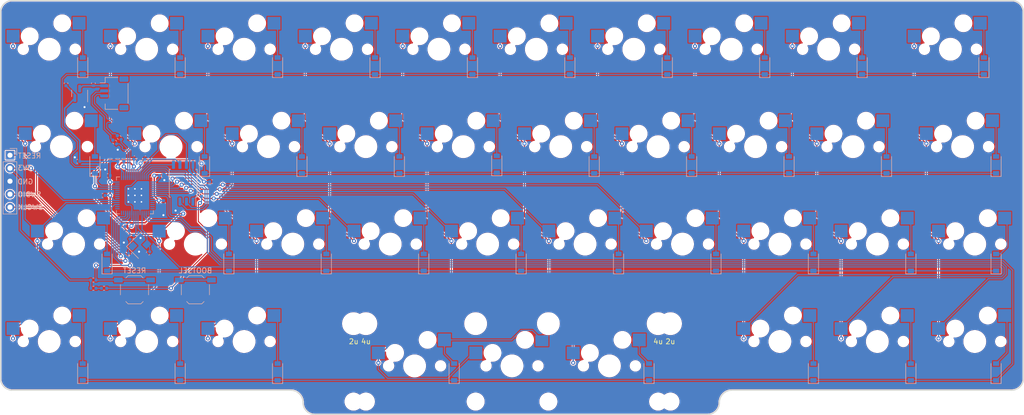
<source format=kicad_pcb>
(kicad_pcb (version 20221018) (generator pcbnew)
  (layers (0 "F.Cu" signal) (31 "B.Cu" signal) (34 "B.Paste" user) (35 "F.Paste" user) (36 "B.SilkS" user "B.Silkscreen") (37 "F.SilkS" user "F.Silkscreen") (38 "B.Mask" user) (39 "F.Mask" user) (44 "Edge.Cuts" user))
  (net 0 "")
  (net 1 "+1V1")
  (net 2 "GND")
  (net 3 "+3V3")
  (net 4 "XTAL_IN")
  (net 5 "Net-(C_Crystal2-Pad2)")
  (net 6 "+5V")
  (net 7 "row0")
  (net 8 "row1")
  (net 9 "row2")
  (net 10 "row3")
  (net 11 "D-")
  (net 12 "D+")
  (net 13 "RESET")
  (net 14 "SWDIO")
  (net 15 "SWCLK")
  (net 16 "col0")
  (net 17 "col1")
  (net 18 "col2")
  (net 19 "col3")
  (net 20 "col4")
  (net 21 "col5")
  (net 22 "col6")
  (net 23 "col7")
  (net 24 "col8")
  (net 25 "col9")
  (net 26 "XTAL_OUT")
  (net 27 "Net-(D1-A)")
  (net 28 "Net-(D2-A)")
  (net 29 "Net-(R_Flash1-Pad1)")
  (net 30 "CS")
  (net 31 "Net-(D3-A)")
  (net 32 "Net-(D4-A)")
  (net 33 "Net-(D5-A)")
  (net 34 "Net-(D6-A)")
  (net 35 "Net-(D7-A)")
  (net 36 "Net-(D8-A)")
  (net 37 "Net-(D9-A)")
  (net 38 "Net-(D10-A)")
  (net 39 "Net-(D11-A)")
  (net 40 "Net-(D12-A)")
  (net 41 "Net-(D13-A)")
  (net 42 "Net-(D14-A)")
  (net 43 "Net-(D15-A)")
  (net 44 "Net-(D16-A)")
  (net 45 "Net-(D17-A)")
  (net 46 "Net-(D18-A)")
  (net 47 "SD3")
  (net 48 "QSPI_CLK")
  (net 49 "SD0")
  (net 50 "SD2")
  (net 51 "SD1")
  (net 52 "Net-(D19-A)")
  (net 53 "Net-(D20-A)")
  (net 54 "Net-(D21-A)")
  (net 55 "Net-(D22-A)")
  (net 56 "Net-(D23-A)")
  (net 57 "Net-(D24-A)")
  (net 58 "Net-(D25-A)")
  (net 59 "Net-(D26-A)")
  (net 60 "Net-(D27-A)")
  (net 61 "Net-(D28-A)")
  (net 62 "Net-(D29-A)")
  (net 63 "Net-(D30-A)")
  (net 64 "Net-(D31-A)")
  (net 65 "Net-(D32-A)")
  (net 66 "Net-(D33-A)")
  (net 67 "Net-(D34-A)")
  (net 68 "Net-(D35-A)")
  (net 69 "Net-(D36-A)")
  (net 70 "Net-(D37-A)")
  (net 71 "Net-(D38-A)")
  (net 72 "Net-(U1-USB_DP)")
  (net 73 "Net-(U1-USB_DM)")
  (net 90 "Net-(R_Flash2-Pad2)")
  (footprint "MX_Only:MXOnly-1.5U-Hotswap" (layer "B.Cu") (at 233.3625 45.24375 180)
    (fp_text reference "MX35" hide)
    (fp_text value "CPG151101S11")
  )
  (footprint "Capacitor_SMD:C_0402_1005Metric" (layer "B.Cu") (at 76.200192 66.377511 45)
    (fp_text reference "C_1V-Decoup2" hide)
    (fp_text value "100n" hide)
  )
  (footprint "MX_Only:MXOnly-1U-Hotswap" (layer "B.Cu") (at 57.15 102.39375 180)
    (fp_text reference "MX4" hide)
    (fp_text value "CPG151101S11")
  )
  (footprint "MX_Only:MXOnly-1U-Hotswap" (layer "B.Cu") (at 57.15 45.24375 180)
    (fp_text reference "MX1" hide)
    (fp_text value "CPG151101S11")
  )
  (footprint "Diode_SMD:D_SOD-123" (layer "B.Cu") (at 87.511011 67.865682 90)
    (fp_text reference "D6" hide)
    (fp_text value "1N4148W" hide)
  )
  (footprint "Diode_SMD:D_SOD-123" (layer "B.Cu") (at 125.611043 67.865682 90)
    (fp_text reference "D14" hide)
    (fp_text value "1N4148W" hide)
  )
  (footprint "Capacitor_SMD:C_0402_1005Metric" (layer "B.Cu") (at 76.456095 85.171656 45)
    (fp_text reference "C_Crystal1" hide)
    (fp_text value "22p" hide)
  )
  (footprint "Button_Switch_SMD:SW_SPST_TL3342" (layer "B.Cu") (at 73.818936 92.27367)
    (fp_text reference "SW2" hide)
    (fp_text value "RESET")
  )
  (footprint "MX_Only:MXOnly-1U-Hotswap" (layer "B.Cu") (at 161.925 83.34375 180)
    (fp_text reference "MX22" hide)
    (fp_text value "CPG151101S11")
  )
  (footprint "Diode_SMD:D_SOD-123" (layer "B.Cu") (at 242.292391 86.915698 90)
    (fp_text reference "D37" hide)
    (fp_text value "1N4148W" hide)
  )
  (footprint "Resistor_SMD:R_0402_1005Metric" (layer "B.Cu") (at 73.298965 82.014526 45)
    (fp_text reference "R_Crystal1" hide)
    (fp_text value "1k" hide)
  )
  (footprint "MX_Only:MXOnly-1U-Hotswap" (layer "B.Cu") (at 138.1125 64.29375 180)
    (fp_text reference "MX17" hide)
    (fp_text value "CPG151101S11")
  )
  (footprint "MX_Only:MXOnly-1.25U-Hotswap" (layer "B.Cu") (at 59.53125 64.29375 180)
    (fp_text reference "MX2" hide)
    (fp_text value "CPG151101S11")
  )
  (footprint "MX_Only:MXOnly-1U-Hotswap" (layer "B.Cu") (at 104.775 83.34375 180)
    (fp_text reference "MX11" hide)
    (fp_text value "CPG151101S11")
  )
  (footprint "Resistor_SMD:R_0402_1005Metric" (layer "B.Cu") (at 65.782196 91.976013)
    (fp_text reference "R_Flash2" hide)
    (fp_text value "5k1" hide)
  )
  (footprint "MX_Only:MXOnly-1U-Hotswap" (layer "B.Cu") (at 100.0125 64.29375 180)
    (fp_text reference "MX10" hide)
    (fp_text value "CPG151101S11")
  )
  (footprint "MX_Only:MXOnly-1U-Hotswap" (layer "B.Cu") (at 142.875 83.34375 180)
    (fp_text reference "MX18" hide)
    (fp_text value "CPG151101S11")
  )
  (footprint "Diode_SMD:D_SOD-123" (layer "B.Cu") (at 144.661059 67.729743 90)
    (fp_text reference "D17" hide)
    (fp_text value "1N4148W" hide)
  )
  (footprint "MX_Only:MXOnly-1U-Hotswap" (layer "B.Cu") (at 200.025 102.39375 180)
    (fp_text reference "MX30" hide)
    (fp_text value "CPG151101S11")
  )
  (footprint "Resistor_SMD:R_0402_1005Metric" (layer "B.Cu") (at 86.915844 73.521279 90)
    (fp_text reference "R_Flash1" hide)
    (fp_text value "1k" hide)
  )
  (footprint "Button_Switch_SMD:SW_SPST_TL3342" (layer "B.Cu") (at 85.725216 92.27367)
    (fp_text reference "SW1" hide)
    (fp_text value "BOOTSEL")
  )
  (footprint "Resistor_SMD:R_0402_1005Metric" (layer "B.Cu") (at 67.865796 91.976013)
    (fp_text reference "R_Flash3" hide)
    (fp_text value "5k1" hide)
  )
  (footprint "Diode_SMD:D_SOD-123" (layer "B.Cu") (at 82.748507 108.346966 90)
    (fp_text reference "D8" hide)
    (fp_text value "1N4148W" hide)
  )
  (footprint "Diode_SMD:D_SOD-123" (layer "B.Cu") (at 158.948838 48.518091 90)
    (fp_text reference "D20" hide)
    (fp_text value "1N4148W" hide)
  )
  (footprint "Diode_SMD:D_SOD-123" (layer "B.Cu") (at 130.373547 86.915698 90)
    (fp_text reference "D15" hide)
    (fp_text value "1N4148W" hide)
  )
  (footprint "Diode_SMD:D_SOD-123" (layer "B.Cu") (at 216.098619 48.518091 90)
    (fp_text reference "D31" hide)
    (fp_text value "1N4148W" hide)
  )
  (footprint "Capacitor_SMD:C_0402_1005Metric" (layer "B.Cu") (at 69.056424 66.675168 90)
    (fp_text reference "C_3V-Decoup2" hide)
    (fp_text value "1u" hide)
  )
  (footprint "MX_Only:MXOnly-2U-Hotswap-ReversedStabilizers" (layer "B.Cu") (at 166.6875 107.15652 180)
    (fp_text reference "MX23" hide)
    (fp_text value "CPG151101S11")
  )
  (footprint "Diode_SMD:D_SOD-123" (layer "B.Cu") (at 120.848742 48.518091 90)
    (fp_text reference "D13" hide)
    (fp_text value "1N4148W" hide)
  )
  (footprint "Diode_SMD:D_SOD-123" (layer "B.Cu") (at 174.426709 108.346966 90)
    (fp_text reference "D23" hide)
    (fp_text value "1N4148W" hide)
  )
  (footprint "MX_Only:MXOnly-1U-Hotswap" (layer "B.Cu") (at 219.075 83.34375 180)
    (fp_text reference "MX33" hide)
    (fp_text value "CPG151101S11")
  )
  (footprint "Capacitor_SMD:C_0402_1005Metric" (layer "B.Cu") (at 70.544709 66.675168 90)
    (fp_text reference "C_3V-Decoup7" hide)
    (fp_text value "100n" hide)
  )
  (footprint "Diode_SMD:D_SOD-123" (layer "B.Cu") (at 220.861123 67.865682 90)
    (fp_text reference "D32" hide)
    (fp_text value "1N4148W" hide)
  )
  (footprint "Diode_SMD:D_SOD-123" (layer "B.Cu") (at 63.698491 108.346966 90)
    (fp_text reference "D4" hide)
    (fp_text value "1N4148W" hide)
  )
  (footprint "MX_Only:MXOnly-1U-Hotswap" (layer "B.Cu") (at 114.3 45.24375 180)
    (fp_text reference "MX13" hide)
    (fp_text value "CPG151101S11")
  )
  (footprint "Capacitor_SMD:C_0402_1005Metric" (layer "B.Cu") (at 79.474419 75.307221 -90)
    (fp_text reference "C_3V-Decoup9" hide)
    (fp_text value "100n" hide)
  )
  (footprint "Capacitor_SMD:C_0402_1005Metric" (layer "B.Cu") (at 67.568139 73.818936 180)
    (fp_text reference "C_3V-Decoup4" hide)
    (fp_text value "100n" hide)
  )
  (footprint "Diode_SMD:D_SOD-123" (layer "B.Cu") (at 187.523595 86.915698 90)
    (fp_text reference "D26" hide)
    (fp_text value "1N4148W" hide)
  )
  (footprint "MX_Only:MXOnly-1U-Hotswap" (layer "B.Cu") (at 200.025 83.34375 180)
    (fp_text reference "MX29" hide)
    (fp_text value "CPG151101S11")
  )
  (footprint "Diode_SMD:D_SOD-123" (layer "B.Cu") (at 201.811107 67.865682 90)
    (fp_text reference "D28" hide)
    (fp_text value "1N4148W" hide)
  )
  (footprint "MX_Only:MXOnly-1U-Hotswap" (layer "B.Cu") (at 123.825 83.34375 180)
    (fp_text reference "MX15" hide)
    (fp_text value "CPG151101S11")
  )
  (footprint "Resistor_SMD:R_0402_1005Metric" (layer "B.Cu") (at 70.842366 62.50797 -45)
    (fp_text reference "R_DATA1" hide)
    (fp_text value "27" hide)
  )
  (footprint "MX_Only:MXOnly-2U-Hotswap-ReversedStabilizers" (layer "B.Cu") (at 147.6375 107.15652 180)
    (fp_text reference "MX39" hide)
    (fp_text value "CPG151101S11")
  )
  (footprint "MX_Only:MXOnly-1U-Hotswap" (layer "B.Cu") (at 119.0625 64.29375 180)
    (fp_text reference "MX14" hide)
    (fp_text value "CPG151101S11")
  )
  (footprint "MX_Only:MXOnly-1U-Hotswap" (layer "B.Cu") (at 133.35 45.24375 180)
    (fp_text reference "MX16" hide)
    (fp_text value "CPG151101S11")
  )
  (footprint "MX_Only:MXOnly-1U-Hotswap" (layer "B.Cu") (at 76.2 45.24375 180)
    (fp_text reference "MX5" hide)
    (fp_text value "CPG151101S11")
  )
  (footprint "Capacitor_SMD:C_0402_1005Metric" (layer "B.Cu") (at 72.405995 81.121556 -135)
    (fp_text reference "C_3V-Decoup8" hide)
    (fp_text value "100n" hide)
  )
  (footprint "MX_Only:MXOnly-1U-Hotswap" (layer "B.Cu") (at 171.45 45.24375 180)
    (fp_text reference "MX24" hide)
    (fp_text value "CPG151101S11")
  )
  (footprint "Capacitor_SMD:C_0402_1005Metric" (layer "B.Cu") (at 88.999443 71.140023)
    (fp_text reference "C_Flash1" hide)
    (fp_text value "100n" hide)
  )
  (footprint "MX_Only:MXOnly-1U-Hotswap" (layer "B.Cu") (at 157.1625 64.29375 180)
    (fp_text reference "MX21" hide)
    (fp_text value "CPG151101S11")
  )
  (footprint "MX_Only:MXOnly-1U-Hotswap" (layer "B.Cu") (at 214.3125 64.29375 180)
    (fp_text reference "MX32" hide)
    (fp_text value "CPG151101S11")
  )
  (footprint "MX_Only:MXOnly-1U-Hotswap" (layer "B.Cu") (at 238.125 102.39375 180)
    (fp_text reference "MX38" hide)
    (fp_text value "CPG151101S11")
  )
  (footprint "Diode_SMD:D_SOD-123" (layer "B.Cu") (at 106.561027 67.865682 90)
    (fp_text reference "D10" hide)
    (fp_text value "1N4148W" hide)
  )
  (footprint "MX_Only:MXOnly-1U-Hotswap" (layer "B.Cu") (at 152.4 45.24375 180)
    (fp_text reference "MX20" hide)
    (fp_text value "CPG151101S11")
  )
  (footprint "Diode_SMD:D_SOD-123" (layer "B.Cu") (at 239.911139 48.518091 90)
    (fp_text reference "D35" hide)
    (fp_text value "1N4148W" hide)
  )
  (footprint "MX_Only:MXOnly-1U-Hotswap" (layer "B.Cu") (at 80.9625 64.29375 180)
    (fp_text reference "MX6" hide)
    (fp_text value "CPG151101S11")
  )
  (footprint "Diode_SMD:D_SOD-123" (layer "B.Cu") (at 242.292391 108.346966 90)
    (fp_text reference "D38" hide)
    (fp_text value "1N4148W" hide)
  )
  (footprint "Diode_SMD:D_SOD-123" (layer "B.Cu") (at 136.326677 108.346966 90)
    (fp_text reference "D19" hide)
    (fp_text value "1N4148W" hide)
  )
  (footprint "Package_TO_SOT_SMD:SOT-23" (layer "B.Cu") (at 63.103284 53.875917 90)
    (fp_text reference "U3" hide)
    (fp_text value "XC6206P332MR" hide)
  )
  (footprint "MX_Only:MXOnly-1.25U-Hotswap" (layer "B.Cu") (at 235.74375 64.29375 180)
    (fp_text reference "MX36" hide)
    (fp_text value "CPG151101S11")
  )
  (footprint "Diode_SMD:D_SOD-123" (layer "B.Cu") (at 182.761091 67.865682 90)
    (fp_text reference "D25" hide)
    (fp_text value "1N4148W" hide)
  )
  (footprint "MX_Only:MXOnly-1U-Hotswap" (layer "B.Cu") (at 238.125 83.34375 180)
    (fp_text reference "MX37" hide)
    (fp_text value "CPG151101S11")
  )
  (footprint "MX_Only:MXOnly-1U-Hotswap" (layer "B.Cu") (at 76.2 102.39375 180)
    (fp_text reference "MX8" hide)
    (fp_text value "CPG151101S11")
  )
  (footprint "Diode_SMD:D_SOD-123" (layer "B.Cu") (at 111.323531 86.915698 90)
    (fp_text reference "D11" hide)
    (fp_text value "1N4148W" hide)
  )
  (footprint "Capacitor_SMD:C_0402_1005Metric" (layer "B.Cu") (at 71.564094 80.279655 -135)
    (fp_text reference "C_1V-Decoup3" hide)
    (fp_text value "100n" hide)
  )
  (footprint "MX_Only:MXOnly-1U-Hotswap" (layer "B.Cu") (at 180.975 83.34375 180)
    (fp_text reference "MX26" hide)
    (fp_text value "CPG151101S11")
  )
  (footprint "Diode_SMD:D_SOD-123" (layer "B.Cu") (at 149.423563 86.915698 90)
    (fp_text reference "D18" hide)
    (fp_text value "1N4148W" hide)
  )
  (footprint "MX_Only:MXOnly-1U-Hotswap" (layer "B.Cu") (at 95.25 45.24375 180)
    (fp_text reference "MX9" hide)
    (fp_text value "CPG151101S11")
  )
  (footprint "Diode_SMD:D_SOD-123" (layer "B.Cu") (at 225.623627 108.346966 90)
    (fp_text reference "D34" hide)
    (fp_text value "1N4148W" hide)
  )
  (footprint "Diode_SMD:D_SOD-123" (layer "B.Cu") (at 66.079743 67.865682 90)
    (fp_text reference "D2" hide)
    (fp_text value "1N4148W" hide)
  )
  (footprint "Diode_SMD:D_SOD-123" (layer "B.Cu") (at 68.460995 86.915698 90)
    (fp_text reference "D3" hide)
    (fp_text value "1N4148W" hide)
  )
  (footprint "Diode_SMD:D_SOD-123" (layer "B.Cu") (at 206.573611 86.915698 90)
    (fp_text reference "D29" hide)
    (fp_text value "1N4148W" hide)
  )
  (footprint "Diode_SMD:D_SOD-123" (layer "B.Cu") (at 139.89879 48.518091 90)
    (fp_text reference "D16" hide)
    (fp_text value "1N4148W" hide)
  )
  (footprint "Capacitor_SMD:C_0402_1005Metric" (layer "B.Cu") (at 79.176762 69.949395)
    (fp_text reference "C_3V-Decoup6" hide)
    (fp_text value "100n" hide)
  )
  (footprint "Diode_SMD:D_SOD-123" (layer "B.Cu") (at 206.573611 108.346966 90)
    (fp_text reference "D30" hide)
    (fp_text value "1N4148W" hide)
  )
  (footprint "Diode_SMD:D_SOD-123" (layer "B.Cu") (at 63.698598 48.518091 90)
    (fp_text reference "D1" hide)
    (fp_text value "1N4148W" hide)
  )
  (footprint "Capacitor_SMD:C_0402_1005Metric" (layer "B.Cu") (at 62.623284 67.155168 180)
    (fp_text reference "C_3V-Decoup1" hide)
    (fp_text value "10u" hide)
  )
  (footprint "Capacitor_SMD:C_0402_1005Metric" (layer "B.Cu") (at 65.782197 51.895917 90)
    (fp_text reference "C_LD1" hide)
    (fp_text value "1u" hide)
  )
  (footprint "MX_Only:MXOnly-1U-Hotswap" (layer "B.Cu") (at 85.725 83.34375 180)
    (fp_text reference "MX7" hide)
    (fp_text value "CPG151101S11")
  )
  (footprint "Resistor_SMD:R_0402_1005Metric" (layer "B.Cu") (at 65.782197 90.37367)
    (fp_text reference "R_RST1" hide)
    (fp_text value "5k1" hide)
  )
  (footprint "MX_Only:MXOnly-1U-Hotswap" (layer "B.Cu") (at 95.25 102.39375 180)
    (fp_text reference "MX12" hide)
    (fp_text value "CPG151101S11")
  )
  (footprint "MX_Only:MXOnly-1.5U-Hotswap" (layer "B.Cu") (at 61.9125 83.34375 180)
    (fp_text reference "MX3" hide)
    (fp_text value "CPG151101S11")
  )
  (footprint "Package_SO:SOIC-8_5.23x5.23mm_P1.27mm" (layer "B.Cu") (at 83.34382 71.43756 90)
    (fp_text reference "U2" hide)
    (fp_text value "W25Q128JVS" hide)
  )
  (footprint "Diode_SMD:D_SOD-123" (layer "B.Cu") (at 225.623627 86.915698 90)
    (fp_text reference "D33" hide)
    (fp_text value "1N4148W" hide)
  )
  (footprint "Diode_SMD:D_SOD-123" (layer "B.Cu") (at 242.292391 67.865682 90)
    (fp_text reference "D36" hide)
    (fp_text value "1N4148W" hide)
  )
  (footprint "Diode_SMD:D_SOD-123" (layer "B.Cu") (at 92.273515 86.915698 90)
    (fp_text reference "D7" hide)
    (fp_text value "1N4148W" hide)
  )
  (footprint "Diode_SMD:D_SOD-123" (layer "B.Cu") (at 101.798523 108.346966 90)
    (fp_text reference "D12" hide)
    (fp_text value "1N4148W" hide)
  )
  (footprint "Capacitor_SMD:C_0402_1005Metric" (layer "B.Cu") (at 71.735337 66.675168 90)
    (fp_text reference "C_1V-Decoup1" hide)
    (fp_text value "1u" hide)
  )
  (footprint "Capacitor_SMD:C_0402_1005Metric" (layer "B.Cu") (at 74.04272 66.377511 45)
    (fp_text reference "C_3V-Decoup3" hide)
    (fp_text value "100n" hide)
  )
  (footprint "MX_Only:MXOnly-1U-Hotswap" (layer "B.Cu") (at 190.5 45.24375 180)
    (fp_text reference "MX27" hide)
    (fp_text value "CPG151101S11")
  )
  (footprint "Diode_SMD:D_SOD-123" (layer "B.Cu") (at 168.473579 86.915698 90)
    (fp_text reference "D22" hide)
    (fp_text value "1N4148W" hide)
  )
  (footprint "cipulot_parts:RP2040-QFN-56" (layer "B.Cu") (at 73.903308 73.818936 180)
    (fp_text reference "U1" hide)
    (fp_text value "RP2040" hide)
  )
  (footprint "Connector_PinHeader_2.54mm:PinHeader_1x05_P2.54mm_Vertical" (layer "B.Cu") (at 49.475 65.96875 180)
    (fp_text reference "J2" hide)
    (fp_text value "SWD" hide)
  )
  (footprint "Diode_SMD:D_SOD-123" (layer "B.Cu") (at 197.048603 48.518091 90)
    (fp_text reference "D27" hide)
    (fp_text value "1N4148W" hide)
  )
  (footprint "Capacitor_SMD:C_0402_1005Metric" (layer "B.Cu") (at 72.959554 85.46367 135)
    (fp_text reference "C_Crystal2" hide)
    (fp_text value "22p" hide)
  )
  (footprint "MX_Only:MXOnly-1U-Hotswap" (layer "B.Cu") (at 195.2625 64.29375 180)
    (fp_text reference "MX28" hide)
    (fp_text value "CPG151101S11")
  )
  (footprint "MX_Only:MXOnly-1U-Hotswap" (layer "B.Cu") (at 176.2125 64.29375 180)
    (fp_text reference "MX25" hide)
    (fp_text value "CPG151101S11")
  )
  (footprint "Diode_SMD:D_SOD-123" (layer "B.Cu") (at 101.798694 48.518091 90)
    (fp_text reference "D9" hide)
    (fp_text value "1N4148W" hide)
  )
  (footprint "Diode_SMD:D_SOD-123" (layer "B.Cu") (at 177.998587 48.518091 90)
    (fp_text reference "D24" hide)
    (fp_text value "1N4148W" hide)
  )
  (footprint "Capacitor_SMD:C_0402_1005Metric" (layer "B.Cu") (at 68.576424 69.949395 180)
    (fp_text reference "C_3V-Decoup5" hide)
    (fp_text value "100n" hide)
  )
  (footprint "Resistor_SMD:R_0402_1005Metric" (layer "B.Cu") (at 69.949395 63.400941 -45)
    (fp_text reference "R_DATA2" hide)
    (fp_text value "27" hide)
  )
  (footprint "MX_Only:MXOnly-1U-Hotswap" (layer "B.Cu") (at 219.075 102.39375 180)
    (fp_text reference "MX34" hide)
    (fp_text value "CPG151101S11")
  )
  (footprint "Capacitor_SMD:C_0402_1005Metric" (layer "B.Cu") (at 60.424371 51.895917 90)
    (fp_text reference "C_LD2" hide)
    (fp_text value "1u" hide)
  )
  (footprint "Connector_JST:JST_SH_SM04B-SRSS-TB_1x04-1MP_P1.00mm_Horizontal" (layer "B.Cu") (at 69.875 53.875917 -90)
    (fp_text reference "J1" hide)
    (fp_text value "SM04B-SRSS-TB(LF)(SN)" hide)
  )
  (footprint "MX_Only:MXOnly-2U-Hotswap-ReversedStabilizers" (layer "B.Cu") (at 128.5875 107.15625 180)
    (fp_text reference "MX19" hide)
    (fp_text value "CPG151101S11")
  )
  (footprint "Diode_SMD:D_SOD-123" (layer "B.Cu") (at 163.711075 67.865682 90)
    (fp_text reference "D21" hide)
    (fp_text value "1N4148W" hide)
  )
  (footprint "Crystal:Crystal_SMD_3225-4Pin_3.2x2.5mm" (layer "B.Cu") (at 74.853832 83.569393 45)
    (fp_text reference "Y1" hide)
    (fp_text value "12MHz" hide)
  )
  (footprint "Diode_SMD:D_SOD-123" (layer "B.Cu") (at 82.748646 48.518091 90)
    (fp_text reference "D5" hide)
    (fp_text value "1N4148W" hide)
  )
  (footprint "MX_Only:MXOnly-1U-Hotswap" (layer "B.Cu") (at 209.55 45.24375 180)
    (fp_text reference "MX31" hide)
    (fp_text value "CPG151101S11")
  )
  (gr_arc (start 47.625 37.816695) (mid 48.402534 36.284445) (end 50.025 35.71875) (stroke (width 0.2)) (layer "Edge.Cuts"))
  (gr_line (start 50.025 35.71875) (end 245.575 35.71875) (stroke (width 0.2)) (layer "Edge.Cuts"))
  (gr_arc (start 104.464786 111.91875) (mid 106.149651 112.727629) (end 106.769059 114.490976) (stroke (width 0.2)) (layer "Edge.Cuts"))
  (gr_arc (start 49.725 111.91875) (mid 48.186856 111.128971) (end 47.625 109.49375) (stroke (width 0.2)) (layer "Edge.Cuts"))
  (gr_line (start 109.239786 116.68125) (end 185.725 116.68125) (stroke (width 0.2)) (layer "Edge.Cuts"))
  (gr_arc (start 247.65 109.805616) (mid 246.870183 111.347288) (end 245.239786 111.91875) (stroke (width 0.2)) (layer "Edge.Cuts"))
  (gr_arc (start 109.239786 116.68125) (mid 107.550805 116.097813) (end 106.769059 114.490976) (stroke (width 0.2)) (layer "Edge.Cuts"))
  (gr_arc (start 188.195727 114.461762) (mid 188.82117 112.712988) (end 190.5 111.91875) (stroke (width 0.2)) (layer "Edge.Cuts"))
  (gr_line (start 190.5 111.91875) (end 245.239786 111.91875) (stroke (width 0.2)) (layer "Edge.Cuts"))
  (gr_line (start 47.625 109.49375) (end 47.625 37.816695) (stroke (width 0.2)) (layer "Edge.Cuts"))
  (gr_line (start 49.725 111.91875) (end 104.464786 111.91875) (stroke (width 0.2)) (layer "Edge.Cuts"))
  (gr_arc (start 245.575 35.71875) (mid 247.092505 36.493769) (end 247.65 38.103964) (stroke (width 0.2)) (layer "Edge.Cuts"))
  (gr_line (start 247.65 38.103964) (end 247.65 109.805616) (stroke (width 0.2)) (layer "Edge.Cuts"))
  (gr_arc (start 188.195727 114.461762) (mid 187.420038 116.083223) (end 185.725 116.68125) (stroke (width 0.2)) (layer "Edge.Cuts"))
  (gr_text "3V3" (at 52.387632 68.46111) (layer "B.SilkS") (effects (font (size 1 1)) (justify mirror)))
  (gr_text "RESET\n" (at 53.280603 66.079854) (layer "B.SilkS") (effects (font (size 1 1)) (justify mirror)))
  (gr_text "GND" (at 52.475 71.140023) (layer "B.SilkS") (effects (font (size 1 1)) (justify mirror)))
  (gr_text "SWCLK" (at 53.475 76.14375) (layer "B.SilkS") (effects (font (size 1 1)) (justify mirror)))
  (gr_text "SWDIO" (at 53.275 73.64375) (layer "B.SilkS") (effects (font (size 1 1)) (justify mirror)))
  (gr_text "4u" (at 176.212648 102.393836) (layer "F.SilkS") (effects (font (size 1 1))))
  (gr_text "2u" (at 116.681348 102.393836) (layer "F.SilkS") (effects (font (size 1 1))))
  (gr_text "4u" (at 119.075 102.393836) (layer "F.SilkS") (effects (font (size 1 1))))
  (gr_text "2u" (at 178.5939 102.393836) (layer "F.SilkS") (effects (font (size 1 1))))
  (segment (start 71.735337 68.163453) (end 72.435337 68.863453) (width 0.2) (layer "F.Cu") (net 1))
  (segment (start 72.435337 68.863453) (end 74.607221 68.863453) (width 0.2) (layer "F.Cu") (net 1))
  (segment (start 75.009564 68.46111) (end 75.009564 67.568139) (width 0.2) (layer "F.Cu") (net 1))
  (segment (start 74.607221 68.863453) (end 75.009564 68.46111) (width 0.2) (layer "F.Cu") (net 1))
  (via (at 71.735337 68.163453) (size 0.8) (drill 0.4) (layers "F.Cu" "B.Cu") (net 1))
  (via (at 75.009564 67.568139) (size 0.8) (drill 0.4) (layers "F.Cu" "B.Cu") (net 1))
  (segment (start 71.903505 79.940244) (end 73.303308 78.540441) (width 0.2) (layer "B.Cu") (net 1))
  (segment (start 71.735337 67.155168) (end 71.735337 68.163453) (width 0.2) (layer "B.Cu") (net 1))
  (segment (start 75.009564 68.013937) (end 74.103309 68.920192) (width 0.2) (layer "B.Cu") (net 1))
  (segment (start 72.263397 75.718936) (end 72.003308 75.458847) (width 0.2) (layer "B.Cu") (net 1))
  (segment (start 72.003308 75.458847) (end 72.003308 72.179025) (width 0.2) (layer "B.Cu") (net 1))
  (segment (start 72.003308 72.179025) (end 72.263397 71.918936) (width 0.2) (layer "B.Cu") (net 1))
  (segment (start 74.103308 70.913911) (end 74.103308 70.381436) (width 0.2) (layer "B.Cu") (net 1))
  (segment (start 72.263397 71.918936) (end 73.098283 71.918936) (width 0.2) (layer "B.Cu") (net 1))
  (segment (start 73.303308 77.256436) (end 73.303308 75.982221) (width 0.2) (layer "B.Cu") (net 1))
  (segment (start 73.303308 78.540441) (end 73.303308 77.256436) (width 0.2) (layer "B.Cu") (net 1))
  (segment (start 72.103308 70.381436) (end 72.103308 68.531424) (width 0.2) (layer "B.Cu") (net 1))
  (segment (start 72.103308 68.531424) (end 71.735337 68.163453) (width 0.2) (layer "B.Cu") (net 1))
  (segment (start 74.103309 68.920192) (end 74.103308 70.381436) (width 0.2) (layer "B.Cu") (net 1))
  (segment (start 73.303308 75.982221) (end 73.040023 75.718936) (width 0.2) (layer "B.Cu") (net 1))
  (segment (start 73.098283 71.918936) (end 74.103308 70.913911) (width 0.2) (layer "B.Cu") (net 1))
  (segment (start 75.860781 66.716922) (end 75.009564 67.568139) (width 0.2) (layer "B.Cu") (net 1))
  (segment (start 75.009564 67.568139) (end 75.009564 68.013937) (width 0.2) (layer "B.Cu") (net 1))
  (segment (start 73.040023 75.718936) (end 72.263397 75.718936) (width 0.2) (layer "B.Cu") (net 1))
  (segment (start 73.903308 72.543936) (end 75.178308 73.818936) (width 0.65) (layer "F.Cu") (net 2))
  (segment (start 73.903308 75.093936) (end 75.178308 73.818936) (width 0.65) (layer "F.Cu") (net 2))
  (segment (start 72.628308 73.818936) (end 73.903308 75.093936) (width 0.65) (layer "F.Cu") (net 2))
  (segment (start 72.628308 75.093936) (end 75.178308 72.543936) (width 0.65) (layer "F.Cu") (net 2))
  (segment (start 72.628308 72.543936) (end 75.178308 75.093936) (width 0.65) (layer "F.Cu") (net 2))
  (segment (start 72.628308 73.818936) (end 73.903308 72.543936) (width 0.65) (layer "F.Cu") (net 2))
  (via (at 71.735337 83.046303) (size 0.8) (drill 0.4) (layers "F.Cu" "B.Cu") (net 2))
  (via (at 79.474419 77.688477) (size 0.8) (drill 0.4) (layers "F.Cu" "B.Cu") (net 2))
  (via (at 75.009564 82.153332) (size 0.8) (drill 0.4) (layers "F.Cu" "B.Cu") (net 2))
  (via (at 64.053284 56.55483) (size 0.8) (drill 0.4) (layers "F.Cu" "B.Cu") (net 2))
  (via (at 68.096424 68.758767) (size 0.8) (drill 0.4) (layers "F.Cu" "B.Cu") (net 2))
  (via (at 74.711907 84.832245) (size 0.8) (drill 0.4) (layers "F.Cu" "B.Cu") (net 2))
  (via (at 79.656762 70.842366) (size 0.8) (drill 0.4) (layers "F.Cu" "B.Cu") (net 2))
  (via (at 62.143284 66.377511) (size 0.8) (drill 0.4) (layers "F.Cu" "B.Cu") (net 2))
  (via (at 81.855675 76.795506) (size 0.8) (drill 0.4) (layers "F.Cu" "B.Cu") (net 2))
  (via (at 70.544709 64.889226) (size 0.8) (drill 0.4) (layers "F.Cu" "B.Cu") (net 2))
  (segment (start 74.903308 77.256436) (end 74.903308 74.818936) (width 0.2) (layer "B.Cu") (net 2))
  (segment (start 77.843163 69.794709) (end 86.040038 69.794709) (width 0.3) (layer "F.Cu") (net 3))
  (segment (start 86.040038 69.794709) (end 87.385352 71.140023) (width 0.3) (layer "F.Cu") (net 3))
  (segment (start 70.544709 68.163453) (end 71.294709 67.413453) (width 0.3) (layer "F.Cu") (net 3))
  (segment (start 75.902535 79.176762) (end 78.581448 76.497849) (width 0.3) (layer "F.Cu") (net 3))
  (segment (start 71.294709 67.413453) (end 72.953309 67.413453) (width 0.3) (layer "F.Cu") (net 3))
  (segment (start 69.056424 71.218936) (end 69.056424 73.818936) (width 0.3) (layer "F.Cu") (net 3))
  (segment (start 69.056424 73.818936) (end 69.056424 76.795506) (width 0.3) (layer "F.Cu") (net 3))
  (segment (start 78.581448 76.497849) (end 78.581448 74.818936) (width 0.3) (layer "F.Cu") (net 3))
  (segment (start 73.223622 79.772076) (end 73.818936 79.176762) (width 0.3) (layer "F.Cu") (net 3))
  (segment (start 77.688477 69.949395) (end 77.688477 73.925965) (width 0.3) (layer "F.Cu") (net 3))
  (segment (start 71.43768 79.176762) (end 75.902535 79.176762) (width 0.3) (layer "F.Cu") (net 3))
  (segment (start 69.056424 76.795506) (end 71.43768 79.176762) (width 0.3) (layer "F.Cu") (net 3))
  (segment (start 77.688477 73.925965) (end 78.581448 74.818936) (width 0.3) (layer "F.Cu") (net 3))
  (segment (start 49.475 68.50875) (end 53.53062 68.50875) (width 0.2) (layer "F.Cu") (net 3))
  (segment (start 72.953309 67.413453) (end 73.703309 68.163453) (width 0.3) (layer "F.Cu") (net 3))
  (segment (start 77.688477 69.949395) (end 77.843163 69.794709) (width 0.3) (layer "F.Cu") (net 3))
  (via (at 87.385352 71.140023) (size 0.8) (drill 0.4) (layers "F.Cu" "B.Cu") (net 3))
  (via (at 70.544709 68.163453) (size 0.8) (drill 0.4) (layers "F.Cu" "B.Cu") (net 3))
  (via (at 53.57826 68.50875) (size 0.8) (drill 0.4) (layers "F.Cu" "B.Cu") (net 3))
  (via (at 78.581448 74.818936) (size 0.8) (drill 0.4) (layers "F.Cu" "B.Cu") (net 3))
  (via (at 77.688477 69.949395) (size 0.8) (drill 0.4) (layers "F.Cu" "B.Cu") (net 3))
  (via (at 73.223622 79.772076) (size 0.8) (drill 0.4) (layers "F.Cu" "B.Cu") (net 3))
  (via (at 73.703309 68.163453) (size 0.8) (drill 0.4) (layers "F.Cu" "B.Cu") (net 3))
  (via (at 69.056424 71.218936) (size 0.8) (drill 0.4) (layers "F.Cu" "B.Cu") (net 3))
  (via (at 69.056424 73.818936) (size 0.8) (drill 0.4) (layers "F.Cu" "B.Cu") (net 3))
  (segment (start 71.703308 70.381436) (end 71.703308 69.322052) (width 0.2) (layer "B.Cu") (net 3))
  (segment (start 72.745406 80.782145) (end 72.745406 80.250292) (width 0.2) (layer "B.Cu") (net 3))
  (segment (start 70.544709 67.155168) (end 70.544709 68.163453) (width 0.3) (layer "B.Cu") (net 3))
  (segment (start 62.153284 54.813417) (end 62.153284 54.10483) (width 0.3) (layer "B.Cu") (net 3))
  (segment (start 69.933333 74.818936) (end 70.465808 74.818936) (width 0.2) (layer "B.Cu") (net 3))
  (segment (start 73.703308 77.256436) (end 73.703308 79.29239) (width 0.2) (layer "B.Cu") (net 3))
  (segment (start 79.206762 74.818936) (end 79.206762 74.827221) (width 0.2) (layer "B.Cu") (net 3))
  (segment (start 69.056424 67.155168) (end 69.056424 71.218936) (width 0.3) (layer "B.Cu") (net 3))
  (segment (start 77.340808 71.218936) (end 77.907221 71.218936) (width 0.2) (layer "B.Cu") (net 3))
  (segment (start 69.056424 67.155168) (end 63.103284 67.155168) (width 0.3) (layer "B.Cu") (net 3))
  (segment (start 65.272197 90.37367) (end 65.272197 91.976012) (width 0.25) (layer "B.Cu") (net 3))
  (segment (start 53.57826 68.50875) (end 59.888446 74.818936) (width 0.2) (layer "B.Cu") (net 3))
  (segment (start 73.703308 79.29239) (end 73.223622 79.772076) (width 0.2) (layer "B.Cu") (net 3))
  (segment (start 63.103284 63.103284) (end 60.16725 60.16725) (width 0.3) (layer "B.Cu") (net 3))
  (segment (start 49.475 68.50875) (end 51.494661 70.528411) (width 0.25) (layer "B.Cu") (net 3))
  (segment (start 71.303308 70.381436) (end 71.303308 68.922052) (width 0.2) (layer "B.Cu") (net 3))
  (segment (start 51.494661 70.528411) (end 51.494661 80.645911) (width 0.25) (layer "B.Cu") (net 3))
  (segment (start 73.303308 68.563454) (end 73.703309 68.163453) (width 0.2) (layer "B.Cu") (net 3))
  (segment (start 61.22242 90.37367) (end 65.272197 90.37367) (width 0.25) (layer "B.Cu") (net 3))
  (segment (start 63.103284 67.155168) (end 63.103284 63.103284) (width 0.3) (layer "B.Cu") (net 3))
  (segment (start 69.056424 73.942027) (end 69.933333 74.818936) (width 0.2) (layer "B.Cu") (net 3))
  (segment (start 77.340808 74.818936) (end 79.206762 74.818936) (width 0.2) (layer "B.Cu") (net 3))
  (segment (start 60.16725 56.799451) (end 62.153284 54.813417) (width 0.3) (layer "B.Cu") (net 3))
  (segment (start 71.303308 68.922052) (end 70.544709 68.163453) (width 0.2) (layer "B.Cu") (net 3))
  (segment (start 73.703309 66.716922) (end 73.703309 68.163453) (width 0.2) (layer "B.Cu") (net 3))
  (segment (start 69.056424 73.818936) (end 68.048139 73.818936) (width 0.3) (layer "B.Cu") (net 3))
  (segment (start 73.303308 70.381436) (end 73.303308 68.563454) (width 0.2) (layer "B.Cu") (net 3))
  (segment (start 70.465808 71.218936) (end 69.056424 71.218936) (width 0.2) (layer "B.Cu") (net 3))
  (segment (start 77.907221 71.218936) (end 78.696762 70.429395) (width 0.2) (layer "B.Cu") (net 3))
  (segment (start 69.056424 67.155168) (end 70.544709 67.155168) (width 0.3) (layer "B.Cu") (net 3))
  (segment (start 73.703308 68.163454) (end 73.703309 68.163453) (width 0.2) (layer "B.Cu") (net 3))
  (segment (start 77.688477 69.949395) (end 78.696762 69.949395) (width 0.2) (layer "B.Cu") (net 3))
  (segment (start 59.888446 74.818936) (end 70.465808 74.818936) (width 0.2) (layer "B.Cu") (net 3))
  (segment (start 87.385352 71.140023) (end 85.24882 69.003491) (width 0.3) (layer "B.Cu") (net 3))
  (segment (start 73.703308 70.381436) (end 73.703308 68.163454) (width 0.2) (layer "B.Cu") (net 3))
  (segment (start 60.16725 60.16725) (end 60.16725 56.799451) (width 0.3) (layer "B.Cu") (net 3))
  (segment (start 88.519443 71.140023) (end 87.385352 71.140023) (width 0.3) (layer "B.Cu") (net 3))
  (segment (start 62.153284 54.10483) (end 60.424371 52.375917) (width 0.3) (layer "B.Cu") (net 3))
  (segment (start 72.745406 80.250292) (end 73.223622 79.772076) (width 0.2) (layer "B.Cu") (net 3))
  (segment (start 85.24882 69.003491) (end 85.24882 67.83756) (width 0.3) (layer "B.Cu") (net 3))
  (segment (start 71.703308 69.322052) (end 70.544709 68.163453) (width 0.2) (layer "B.Cu") (net 3))
  (segment (start 51.494661 80.645911) (end 61.22242 90.37367) (width 0.25) (layer "B.Cu") (net 3))
  (segment (start 78.696762 70.429395) (end 78.696762 69.949395) (width 0.2) (layer "B.Cu") (net 3))
  (segment (start 76.795506 84.832245) (end 76.795506 83.955432) (width 0.2) (layer "B.Cu") (net 4))
  (segment (start 74.503308 77.256436) (end 74.503308 80.249018) (width 0.2) (layer "B.Cu") (net 4))
  (segment (start 76.249848 81.995558) (end 76.249848 83.375458) (width 0.2) (layer "B.Cu") (net 4))
  (segment (start 74.503308 80.249018) (end 76.249848 81.995558) (width 0.2) (layer "B.Cu") (net 4))
  (segment (start 76.795506 83.955432) (end 76.23269 83.392616) (width 0.2) (layer "B.Cu") (net 4))
  (segment (start 72.938341 82.37515) (end 72.938341 83.209537) (width 0.2) (layer "B.Cu") (net 5))
  (segment (start 72.620143 85.124259) (end 72.620143 84.601001) (width 0.2) (layer "B.Cu") (net 5))
  (segment (start 72.620143 84.601001) (end 73.474974 83.74617) (width 0.2) (layer "B.Cu") (net 5))
  (segment (start 72.938341 83.209537) (end 73.474974 83.74617) (width 0.2) (layer "B.Cu") (net 5))
  (segment (start 67.875 52.375917) (end 63.665784 52.375917) (width 0.3) (layer "B.Cu") (net 6))
  (segment (start 63.665784 52.375917) (end 63.103284 52.938417) (width 0.3) (layer "B.Cu") (net 6))
  (segment (start 66.479854 71.271994) (end 67.226796 72.018936) (width 0.2) (layer "B.Cu") (net 7))
  (segment (start 66.979743 70.240134) (end 66.479854 70.740023) (width 0.2) (layer "B.Cu") (net 7))
  (segment (start 59.71725 51.011154) (end 59.71725 60.353646) (width 0.2) (layer "B.Cu") (net 7))
  (segment (start 60.560313 50.168091) (end 59.71725 51.011154) (width 0.2) (layer "B.Cu") (net 7))
  (segment (start 63.698598 50.168091) (end 239.911139 50.168091) (width 0.2) (layer "B.Cu") (net 7))
  (segment (start 61.443284 65.953911) (end 61.443284 67.387422) (width 0.2) (layer "B.Cu") (net 7))
  (segment (start 62.219315 68.163453) (end 66.377514 68.163453) (width 0.2) (layer "B.Cu") (net 7))
  (segment (start 67.226796 72.018936) (end 70.465808 72.018936) (width 0.2) (layer "B.Cu") (net 7))
  (segment (start 66.979743 68.765682) (end 66.979743 70.240134) (width 0.2) (layer "B.Cu") (net 7))
  (segment (start 62.653284 63.28968) (end 62.653284 64.743912) (width 0.2) (layer "B.Cu") (net 7))
  (segment (start 66.377514 68.163453) (end 66.979743 68.765682) (width 0.2) (layer "B.Cu") (net 7))
  (segment (start 66.479854 70.740023) (end 66.479854 71.271994) (width 0.2) (layer "B.Cu") (net 7))
  (segment (start 62.653284 64.743912) (end 61.443284 65.953911) (width 0.2) (layer "B.Cu") (net 7))
  (segment (start 63.698598 50.168091) (end 60.560313 50.168091) (width 0.2) (layer "B.Cu") (net 7))
  (segment (start 61.443284 67.387422) (end 62.219315 68.163453) (width 0.2) (layer "B.Cu") (net 7))
  (segment (start 59.71725 60.353646) (end 62.653284 63.28968) (width 0.2) (layer "B.Cu") (net 7))
  (segment (start 68.863453 66.868139) (end 66.079854 69.651738) (width 0.2) (layer "F.Cu") (net 8))
  (segment (start 86.915844 67.568139) (end 86.215844 66.868139) (width 0.2) (layer "F.Cu") (net 8))
  (segment (start 66.079854 69.651738) (end 66.079854 72.032994) (width 0.2) (layer "F.Cu") (net 8))
  (segment (start 86.215844 66.868139) (end 68.863453 66.868139) (width 0.2) (layer "F.Cu") (net 8))
  (via (at 66.079854 72.032994) (size 0.8) (drill 0.4) (layers "F.Cu" "B.Cu") (net 8))
  (via (at 86.915844 67.568139) (size 0.8) (drill 0.4) (layers "F.Cu" "B.Cu") (net 8))
  (segment (start 87.511011 69.515682) (end 87.511011 68.163306) (width 0.2) (layer "B.Cu") (net 8))
  (segment (start 87.511011 68.163306) (end 86.915844 67.568139) (width 0.2) (layer "B.Cu") (net 8))
  (segment (start 66.079743 72.032883) (end 66.079743 69.515682) (width 0.2) (layer "B.Cu") (net 8))
  (segment (start 66.079854 72.032994) (end 66.465796 72.418936) (width 0.2) (layer "B.Cu") (net 8))
  (segment (start 66.079854 72.032994) (end 66.079743 72.032883) (width 0.2) (layer "B.Cu") (net 8))
  (segment (start 66.465796 72.418936) (end 70.465808 72.418936) (width 0.2) (layer "B.Cu") (net 8))
  (segment (start 242.292391 69.515682) (end 87.511011 69.515682) (width 0.2) (layer "B.Cu") (net 8))
  (segment (start 69.360995 87.665698) (end 68.460995 88.565698) (width 0.2) (layer "B.Cu") (net 9))
  (segment (start 69.933333 75.618936) (end 69.360995 76.191274) (width 0.2) (layer "B.Cu") (net 9))
  (segment (start 69.360995 76.191274) (end 69.360995 87.665698) (width 0.2) (layer "B.Cu") (net 9))
  (segment (start 68.460995 88.565698) (end 242.292391 88.565698) (width 0.2) (layer "B.Cu") (net 9))
  (segment (start 70.465808 75.618936) (end 69.933333 75.618936) (width 0.2) (layer "B.Cu") (net 9))
  (segment (start 77.340808 74.018936) (end 79.972076 74.018936) (width 0.2) (layer "B.Cu") (net 10))
  (segment (start 245.542 106.747357) (end 242.292391 109.996966) (width 0.2) (layer "B.Cu") (net 10))
  (segment (start 90.815156 86.608815) (end 243.682566 86.608816) (width 0.2) (layer "B.Cu") (net 10))
  (segment (start 80.828663 78.14975) (end 83.014323 78.14975) (width 0.2) (layer "B.Cu") (net 10))
  (segment (start 88.8729 82.026789) (end 88.8729 84.666559) (width 0.2) (layer "B.Cu") (net 10))
  (segment (start 80.36739 74.41425) (end 80.36739 77.688477) (width 0.2) (layer "B.Cu") (net 10))
  (segment (start 243.682566 86.608816) (end 245.542 88.46825) (width 0.2) (layer "B.Cu") (net 10))
  (segment (start 63.698491 109.996966) (end 242.292391 109.996966) (width 0.2) (layer "B.Cu") (net 10))
  (segment (start 84.883276 80.018702) (end 86.864814 80.018702) (width 0.2) (layer "B.Cu") (net 10))
  (segment (start 80.36739 77.688477) (end 80.828663 78.14975) (width 0.2) (layer "B.Cu") (net 10))
  (segment (start 88.8729 84.666559) (end 90.815156 86.608815) (width 0.2) (layer "B.Cu") (net 10))
  (segment (start 79.972076 74.018936) (end 80.36739 74.41425) (width 0.2) (layer "B.Cu") (net 10))
  (segment (start 245.542 88.46825) (end 245.542 106.747357) (width 0.2) (layer "B.Cu") (net 10))
  (segment (start 86.864814 80.018702) (end 88.8729 82.026789) (width 0.2) (layer "B.Cu") (net 10))
  (segment (start 83.014323 78.14975) (end 84.883276 80.018702) (width 0.2) (layer "B.Cu") (net 10))
  (segment (start 67.125 53.650917) (end 66.284311 53.650917) (width 0.2) (layer "B.Cu") (net 11))
  (segment (start 69.205581 62.657127) (end 69.588771 63.040317) (width 0.2) (layer "B.Cu") (net 11))
  (segment (start 67.4 53.375917) (end 67.125 53.650917) (width 0.2) (layer "B.Cu") (net 11))
  (segment (start 68.748498 61.62527) (end 69.205581 62.082353) (width 0.2) (layer "B.Cu") (net 11))
  (segment (start 68.748495 61.62527) (end 68.748498 61.62527) (width 0.2) (layer "B.Cu") (net 11))
  (segment (start 67.938453 60.815228) (end 68.748495 61.62527) (width 0.2) (layer "B.Cu") (net 11))
  (segment (start 65.557197 56.052716) (end 67.938453 58.433972) (width 0.2) (layer "B.Cu") (net 11))
  (segment (start 65.557197 54.378031) (end 65.557197 56.052716) (width 0.2) (layer "B.Cu") (net 11))
  (segment (start 67.938453 58.433972) (end 67.938453 60.815228) (width 0.2) (layer "B.Cu") (net 11))
  (segment (start 66.284311 53.650917) (end 65.557197 54.378031) (width 0.2) (layer "B.Cu") (net 11))
  (segment (start 69.205581 62.082353) (end 69.205581 62.657127) (width 0.2) (layer "B.Cu") (net 11))
  (segment (start 67.125 54.100917) (end 67.4 54.375917) (width 0.2) (layer "B.Cu") (net 12))
  (segment (start 68.388453 60.628828) (end 68.388453 59.829057) (width 0.2) (layer "B.Cu") (net 12))
  (segment (start 70.098552 61.764156) (end 69.523778 61.764156) (width 0.2) (layer "B.Cu") (net 12))
  (segment (start 68.905249 58.929057) (end 68.688453 58.929057) (width 0.2) (layer "B.Cu") (net 12))
  (segment (start 69.523778 61.764156) (end 69.066695 61.307073) (width 0.2) (layer "B.Cu") (net 12))
  (segment (start 70.481742 62.147346) (end 70.098552 61.764156) (width 0.2) (layer "B.Cu") (net 12))
  (segment (start 69.066695 61.30707) (end 68.388453 60.628828) (width 0.2) (layer "B.Cu") (net 12))
  (segment (start 68.388453 58.247572) (end 66.007197 55.866316) (width 0.2) (layer "B.Cu") (net 12))
  (segment (start 69.066695 61.307073) (end 69.066695 61.30707) (width 0.2) (layer "B.Cu") (net 12))
  (segment (start 66.007197 54.564431) (end 66.470711 54.100917) (width 0.2) (layer "B.Cu") (net 12))
  (segment (start 68.388453 58.629057) (end 68.388453 58.247572) (width 0.2) (layer "B.Cu") (net 12))
  (segment (start 68.688453 59.529057) (end 68.905249 59.529057) (width 0.2) (layer "B.Cu") (net 12))
  (segment (start 66.007197 55.866316) (end 66.007197 54.564431) (width 0.2) (layer "B.Cu") (net 12))
  (segment (start 66.470711 54.100917) (end 67.125 54.100917) (width 0.2) (layer "B.Cu") (net 12))
  (arc (start 68.688453 58.929057) (mid 68.476321 58.841189) (end 68.388453 58.629057) (width 0.2) (layer "B.Cu") (net 12))
  (arc (start 68.388453 59.829057) (mid 68.476321 59.616925) (end 68.688453 59.529057) (width 0.2) (layer "B.Cu") (net 12))
  (arc (start 69.205249 59.229057) (mid 69.117381 59.016925) (end 68.905249 58.929057) (width 0.2) (layer "B.Cu") (net 12))
  (arc (start 68.905249 59.529057) (mid 69.117381 59.441189) (end 69.205249 59.229057) (width 0.2) (layer "B.Cu") (net 12))
  (segment (start 61.214778 80.162704) (end 54.67112 73.619047) (width 0.2) (layer "F.Cu") (net 13))
  (segment (start 64.586702 81.31475) (end 63.434656 80.162704) (width 0.2) (layer "F.Cu") (net 13))
  (segment (start 66.292197 87.511158) (end 72.925965 87.511158) (width 0.2) (layer "F.Cu") (net 13))
  (segment (start 54.67112 68.283953) (end 54.67112 73.619047) (width 0.2) (layer "F.Cu") (net 13))
  (segment (start 49.475 65.96875) (end 52.355917 65.96875) (width 0.2) (layer "F.Cu") (net 13))
  (segment (start 72.925965 85.955522) (end 68.285192 81.31475) (width 0.2) (layer "F.Cu") (net 13))
  (segment (start 68.285192 81.31475) (end 64.586702 81.31475) (width 0.2) (layer "F.Cu") (net 13))
  (segment (start 72.925965 87.511158) (end 72.925965 85.955522) (width 0.2) (layer "F.Cu") (net 13))
  (segment (start 63.434656 80.162704) (end 61.214778 80.162704) (width 0.2) (layer "F.Cu") (net 13))
  (segment (start 52.355917 65.96875) (end 54.67112 68.283953) (width 0.2) (layer "F.Cu") (net 13))
  (via (at 66.292197 87.511158) (size 0.8) (drill 0.4) (layers "F.Cu" "B.Cu") (net 13))
  (via (at 72.925965 87.511158) (size 0.8) (drill 0.4) (layers "F.Cu" "B.Cu") (net 13))
  (segment (start 72.103308 77.256436) (end 72.103308 77.788911) (width 0.2) (layer "B.Cu") (net 13))
  (segment (start 76.968936 90.37367) (end 70.668936 90.37367) (width 0.25) (layer "B.Cu") (net 13))
  (segment (start 69.76548 85.906309) (end 71.370329 87.511158) (width 0.2) (layer "B.Cu") (net 13))
  (segment (start 70.596164 77.993936) (end 69.76548 78.824621) (width 0.2) (layer "B.Cu") (net 13))
  (segment (start 66.292197 90.37367) (end 70.668936 90.37367) (width 0.25) (layer "B.Cu") (net 13))
  (segment (start 66.292197 87.511158) (end 66.292197 90.37367) (width 0.2) (layer "B.Cu") (net 13))
  (segment (start 72.103308 77.788911) (end 71.898283 77.993936) (width 0.2) (layer "B.Cu") (net 13))
  (segment (start 69.76548 78.824621) (end 69.76548 85.906309) (width 0.2) (layer "B.Cu") (net 13))
  (segment (start 71.898283 77.993936) (end 70.596164 77.993936) (width 0.2) (layer "B.Cu") (net 13))
  (segment (start 71.370329 87.511158) (end 72.925965 87.511158) (width 0.2) (layer "B.Cu") (net 13))
  (segment (start 64.421016 81.71475) (end 68.119507 81.71475) (width 0.2) (layer "F.Cu") (net 14))
  (segment (start 63.26897 80.562704) (end 64.421016 81.71475) (width 0.2) (layer "F.Cu") (net 14))
  (segment (start 72.032994 86.618187) (end 72.032994 85.628237) (width 0.2) (layer "F.Cu") (net 14))
  (segment (start 72.032994 85.628237) (end 68.119507 81.71475) (width 0.2) (layer "F.Cu") (net 14))
  (segment (start 54.075138 73.58875) (end 49.475 73.58875) (width 0.2) (layer "F.Cu") (net 14))
  (segment (start 61.049092 80.562704) (end 63.26897 80.562704) (width 0.2) (layer "F.Cu") (net 14))
  (segment (start 61.049092 80.562704) (end 54.075138 73.58875) (width 0.2) (layer "F.Cu") (net 14))
  (via (at 72.032994 86.618187) (size 0.8) (drill 0.4) (layers "F.Cu" "B.Cu") (net 14))
  (segment (start 72.503308 77.256436) (end 72.503308 77.954597) (width 0.2) (layer "B.Cu") (net 14))
  (segment (start 70.16548 78.990306) (end 70.16548 85.740623) (width 0.2) (layer "B.Cu") (net 14))
  (segment (start 70.16548 85.740623) (end 71.043044 86.618187) (width 0.2) (layer "B.Cu") (net 14))
  (segment (start 70.76185 78.393935) (end 70.16548 78.990306) (width 0.2) (layer "B.Cu") (net 14))
  (segment (start 71.043044 86.618187) (end 72.032994 86.618187) (width 0.2) (layer "B.Cu") (net 14))
  (segment (start 72.503308 77.954597) (end 72.063968 78.393936) (width 0.2) (layer "B.Cu") (net 14))
  (segment (start 72.063968 78.393936) (end 70.76185 78.393935) (width 0.2) (layer "B.Cu") (net 14))
  (segment (start 64.586702 82.11475) (end 64.293912 82.11475) (width 0.2) (layer "F.Cu") (net 15))
  (segment (start 71.140023 85.725216) (end 71.140023 85.300952) (width 0.2) (layer "F.Cu") (net 15))
  (segment (start 67.529557 82.11475) (end 64.25533 82.11475) (width 0.2) (layer "F.Cu") (net 15))
  (segment (start 63.103284 80.962704) (end 60.883406 80.962704) (width 0.2) (layer "F.Cu") (net 15))
  (segment (start 60.883406 80.962704) (end 56.049452 76.12875) (width 0.2) (layer "F.Cu") (net 15))
  (segment (start 56.049452 76.12875) (end 49.475 76.12875) (width 0.2) (layer "F.Cu") (net 15))
  (segment (start 64.25533 82.11475) (end 63.103284 80.962704) (width 0.2) (layer "F.Cu") (net 15))
  (segment (start 71.140023 85.300952) (end 67.953821 82.11475) (width 0.2) (layer "F.Cu") (net 15))
  (segment (start 67.953821 82.11475) (end 64.586702 82.11475) (width 0.2) (layer "F.Cu") (net 15))
  (via (at 71.140023 85.725216) (size 0.8) (drill 0.4) (layers "F.Cu" "B.Cu") (net 15))
  (segment (start 72.903307 78.120283) (end 72.229655 78.793935) (width 0.2) (layer "B.Cu") (net 15))
  (segment (start 70.927536 78.793935) (end 70.56548 79.155991) (width 0.2) (layer "B.Cu") (net 15))
  (segment (start 72.903308 77.256436) (end 72.903307 78.120283) (width 0.2) (layer "B.Cu") (net 15))
  (segment (start 70.56548 79.155991) (end 70.56548 85.150673) (width 0.2) (layer "B.Cu") (net 15))
  (segment (start 70.56548 85.150673) (end 71.140023 85.725216) (width 0.2) (layer "B.Cu") (net 15))
  (segment (start 72.229655 78.793935) (end 70.927536 78.793935) (width 0.2) (layer "B.Cu") (net 15))
  (segment (start 50.065 101.798507) (end 50.065 100.506798) (width 0.2) (layer "F.Cu") (net 16))
  (segment (start 54.8275 82.748507) (end 54.8275 95.744297) (width 0.2) (layer "F.Cu") (net 16))
  (segment (start 52.44625 63.698507) (end 50.065 61.317257) (width 0.2) (layer "F.Cu") (net 16))
  (segment (start 50.065 61.317257) (end 50.065 44.648507) (width 0.2) (layer "F.Cu") (net 16))
  (segment (start 50.065 100.506798) (end 54.8275 95.744297) (width 0.2) (layer "F.Cu") (net 16))
  (via (at 50.065 101.798507) (size 0.8) (drill 0.4) (layers "F.Cu" "B.Cu") (net 16))
  (via (at 54.8275 82.748507) (size 0.8) (drill 0.4) (layers "F.Cu" "B.Cu") (net 16))
  (via (at 50.065 44.648507) (size 0.8) (drill 0.4) (layers "F.Cu" "B.Cu") (net 16))
  (via (at 52.44625 63.698507) (size 0.8) (drill 0.4) (layers "F.Cu" "B.Cu") (net 16))
  (segment (start 50.065 42.70375) (end 50.065 44.648507) (width 0.2) (layer "B.Cu") (net 16))
  (segment (start 70.465808 75.218936) (end 60.412314 75.218936) (width 0.2) (layer "B.Cu") (net 16))
  (segment (start 60.412314 75.218936) (end 54.8275 80.80375) (width 0.2) (layer "B.Cu") (net 16))
  (segment (start 52.44625 78.4225) (end 52.44625 61.75375) (width 0.2) (layer "B.Cu") (net 16))
  (segment (start 50.065 99.85375) (end 50.065 101.798507) (width 0.2) (layer "B.Cu") (net 16))
  (segment (start 52.44625 61.75375) (end 52.44625 63.698507) (width 0.2) (layer "B.Cu") (net 16))
  (segment (start 54.8275 80.80375) (end 54.8275 82.748507) (width 0.2) (layer "B.Cu") (net 16))
  (segment (start 52.44625 78.4225) (end 54.8275 80.80375) (width 0.2) (layer "B.Cu") (net 16))
  (segment (start 69.115 100.506798) (end 69.115 101.798507) (width 0.2) (layer "F.Cu") (net 17))
  (segment (start 77.344825 81.453332) (end 78.64 82.748507) (width 0.2) (layer "F.Cu") (net 17))
  (segment (start 68.697767 66.468139) (end 65.379854 69.786052) (width 0.2) (layer "F.Cu") (net 17))
  (segment (start 71.107868 66.468139) (end 68.697767 66.468139) (width 0.2) (layer "F.Cu") (net 17))
  (segment (start 83.34396 77.39082) (end 82.705978 77.39082) (width 0.2) (layer "F.Cu") (net 17))
  (segment (start 78.64 81.456798) (end 78.64 82.748507) (width 0.2) (layer "F.Cu") (net 17))
  (segment (start 78.64 90.981798) (end 69.115 100.506798) (width 0.2) (layer "F.Cu") (net 17))
  (segment (start 82.705978 77.39082) (end 78.64 81.456798) (width 0.2) (layer "F.Cu") (net 17))
  (segment (start 65.379854 73.755332) (end 73.077854 81.453332) (width 0.2) (layer "F.Cu") (net 17))
  (segment (start 65.379854 69.786052) (end 65.379854 73.755332) (width 0.2) (layer "F.Cu") (net 17))
  (segment (start 69.115 58.936007) (end 69.115 44.648507) (width 0.2) (layer "F.Cu") (net 17))
  (segment (start 73.8775 63.698507) (end 69.115 58.936007) (width 0.2) (layer "F.Cu") (net 17))
  (segment (start 73.8775 63.698507) (end 71.107868 66.468139) (width 0.2) (layer "F.Cu") (net 17))
  (segment (start 73.077854 81.453332) (end 77.344825 81.453332) (width 0.2) (layer "F.Cu") (net 17))
  (segment (start 78.64 82.748507) (end 78.64 90.981798) (width 0.2) (layer "F.Cu") (net 17))
  (via (at 78.64 82.748507) (size 0.8) (drill 0.4) (layers "F.Cu" "B.Cu") (net 17))
  (via (at 69.115 44.648507) (size 0.8) (drill 0.4) (layers "F.Cu" "B.Cu") (net 17))
  (via (at 83.34396 77.39082) (size 0.8) (drill 0.4) (layers "F.Cu" "B.Cu") (net 17))
  (via (at 73.8775 63.698507) (size 0.8) (drill 0.4) (layers "F.Cu" "B.Cu") (net 17))
  (via (at 69.115 101.798507) (size 0.8) (drill 0.4) (layers "F.Cu" "B.Cu") (net 17))
  (segment (start 80.76739 77.493163) (end 80.962704 77.688477) (width 0.2) (layer "B.Cu") (net 17))
  (segment (start 80.137762 73.618936) (end 80.76739 74.248565) (width 0.2) (layer "B.Cu") (net 17))
  (segment (start 73.8775 61.75375) (end 73.8775 63.698507) (width 0.2) (layer "B.Cu") (net 17))
  (segment (start 78.64 80.80375) (end 78.64 82.748507) (width 0.2) (layer "B.Cu") (net 17))
  (segment (start 80.962704 77.688477) (end 81.023977 77.74975) (width 0.2) (layer "B.Cu") (net 17))
  (segment (start 69.115 99.85375) (end 69.115 101.798507) (width 0.2) (layer "B.Cu") (net 17))
  (segment (start 81.023977 77.74975) (end 82.98503 77.74975) (width 0.2) (layer "B.Cu") (net 17))
  (segment (start 77.340808 73.618936) (end 80.137762 73.618936) (width 0.2) (layer "B.Cu") (net 17))
  (segment (start 82.98503 77.74975) (end 83.34396 77.39082) (width 0.2) (layer "B.Cu") (net 17))
  (segment (start 69.115 42.70375) (end 69.115 44.648507) (width 0.2) (layer "B.Cu") (net 17))
  (segment (start 80.76739 74.248565) (end 80.76739 77.493163) (width 0.2) (layer "B.Cu") (net 17))
  (segment (start 92.9275 63.698507) (end 92.9275 71.7738) (width 0.2) (layer "F.Cu") (net 18))
  (segment (start 90.055743 75.11425) (end 97.69 82.748507) (width 0.2) (layer "F.Cu") (net 18))
  (segment (start 88.165 100.506798) (end 97.69 90.981798) (width 0.2) (layer "F.Cu") (net 18))
  (segment (start 92.9275 71.7738) (end 89.58705 75.11425) (width 0.2) (layer "F.Cu") (net 18))
  (segment (start 88.165 58.936007) (end 88.165 44.648507) (width 0.2) (layer "F.Cu") (net 18))
  (segment (start 85.449096 72.925965) (end 87.637381 75.11425) (width 0.2) (layer "F.Cu") (net 18))
  (segment (start 84.832245 72.925965) (end 85.449096 72.925965) (width 0.2) (layer "F.Cu") (net 18))
  (segment (start 97.69 82.748507) (end 97.69 90.981798) (width 0.2) (layer "F.Cu") (net 18))
  (segment (start 87.637381 75.11425) (end 90.055743 75.11425) (width 0.2) (layer "F.Cu") (net 18))
  (segment (start 88.165 101.798507) (end 88.165 100.506798) (width 0.2) (layer "F.Cu") (net 18))
  (segment (start 89.58705 75.11425) (end 87.637381 75.11425) (width 0.2) (layer "F.Cu") (net 18))
  (segment (start 92.9275 63.698507) (end 88.165 58.936007) (width 0.2) (layer "F.Cu") (net 18))
  (via (at 88.165 101.798507) (size 0.8) (drill 0.4) (layers "F.Cu" "B.Cu") (net 18))
  (via (at 84.832245 72.925965) (size 0.8) (drill 0.4) (layers "F.Cu" "B.Cu") (net 18))
  (via (at 92.9275 63.698507) (size 0.8) (drill 0.4) (layers "F.Cu" "B.Cu") (net 18))
  (via (at 88.165 44.648507) (size 0.8) (drill 0.4) (layers "F.Cu" "B.Cu") (net 18))
  (via (at 97.69 82.748507) (size 0.8) (drill 0.4) (layers "F.Cu" "B.Cu") (net 18))
  (segment (start 88.165 99.85375) (end 88.165 101.798507) (width 0.2) (layer "B.Cu") (net 18))
  (segment (start 77.340808 73.218936) (end 84.539274 73.218936) (width 0.2) (layer "B.Cu") (net 18))
  (segment (start 88.165 42.70375) (end 88.165 44.648507) (width 0.2) (layer "B.Cu") (net 18))
  (segment (start 97.69 80.80375) (end 97.69 82.748507) (width 0.2) (layer "B.Cu") (net 18))
  (segment (start 84.539274 73.218936) (end 84.832245 72.925965) (width 0.2) (layer "B.Cu") (net 18))
  (segment (start 92.9275 61.75375) (end 92.9275 63.698507) (width 0.2) (layer "B.Cu") (net 18))
  (segment (start 111.9775 77.986007) (end 111.9775 63.698507) (width 0.2) (layer "F.Cu") (net 19))
  (segment (start 116.74 82.748507) (end 111.9775 77.986007) (width 0.2) (layer "F.Cu") (net 19))
  (segment (start 87.503066 74.41425) (end 89.2971 74.41425) (width 0.2) (layer "F.Cu") (net 19))
  (segment (start 85.31478 72.225965) (end 87.503066 74.41425) (width 0.2) (layer "F.Cu") (net 19))
  (segment (start 84.04396 72.225965) (end 85.31478 72.225965) (width 0.2) (layer "F.Cu") (net 19))
  (segment (start 111.9775 63.698507) (end 107.215 58.936007) (width 0.2) (layer "F.Cu") (net 19))
  (segment (start 83.939274 72.330651) (end 84.04396 72.225965) (width 0.2) (layer "F.Cu") (net 19))
  (segment (start 107.215 58.936007) (end 107.215 44.648507) (width 0.2) (layer "F.Cu") (net 19))
  (via (at 83.939274 72.330651) (size 0.8) (drill 0.4) (layers "F.Cu" "B.Cu") (net 19))
  (via (at 111.9775 63.698507) (size 0.8) (drill 0.4) (layers "F.Cu" "B.Cu") (net 19))
  (via (at 89.2971 74.41425) (size 0.8) (drill 0.4) (layers "F.Cu" "B.Cu") (net 19))
  (via (at 107.215 44.648507) (size 0.8) (drill 0.4) (layers "F.Cu" "B.Cu") (net 19))
  (via (at 116.74 82.748507) (size 0.8) (drill 0.4) (layers "F.Cu" "B.Cu") (net 19))
  (segment (start 107.215 42.70375) (end 107.215 44.648507) (width 0.2) (layer "B.Cu") (net 19))
  (segment (start 111.9775 61.75375) (end 111.9775 63.698507) (width 0.2) (layer "B.Cu") (net 19))
  (segment (start 83.450989 72.818936) (end 77.340808 72.818936) (width 0.2) (layer "B.Cu") (net 19))
  (segment (start 89.2971 74.41425) (end 109.8925 74.41425) (width 0.2) (layer "B.Cu") (net 19))
  (segment (start 109.8925 74.41425) (end 116.282 80.80375) (width 0.2) (layer "B.Cu") (net 19))
  (segment (start 116.74 80.80375) (end 116.74 82.748507) (width 0.2) (layer "B.Cu") (net 19))
  (segment (start 83.939274 72.330651) (end 83.450989 72.818936) (width 0.2) (layer "B.Cu") (net 19))
  (segment (start 121.5025 106.561007) (end 121.5025 105.269298) (width 0.2) (layer "F.Cu") (net 20))
  (segment (start 131.0275 63.698507) (end 126.265 58.936007) (width 0.2) (layer "F.Cu") (net 20))
  (segment (start 87.17578 73.521279) (end 89.892414 73.521279) (width 0.2) (layer "F.Cu") (net 20))
  (segment (start 83.046303 71.735337) (end 83.150989 71.630651) (width 0.2) (layer "F.Cu") (net 20))
  (segment (start 131.0275 77.986007) (end 131.0275 63.698507) (width 0.2) (layer "F.Cu") (net 20))
  (segment (start 121.5025 105.269298) (end 135.79 90.981797) (width 0.2) (layer "F.Cu") (net 20))
  (segment (start 135.79 82.748507) (end 131.0275 77.986007) (width 0.2) (layer "F.Cu") (net 20))
  (segment (start 83.150989 71.630651) (end 85.285152 71.630651) (width 0.2) (layer "F.Cu") (net 20))
  (segment (start 126.265 58.936007) (end 126.265 44.648507) (width 0.2) (layer "F.Cu") (net 20))
  (segment (start 135.79 82.748507) (end 135.79 90.981797) (width 0.2) (layer "F.Cu") (net 20))
  (segment (start 85.285152 71.630651) (end 87.17578 73.521279) (width 0.2) (layer "F.Cu") (net 20))
  (via (at 83.046303 71.735337) (size 0.8) (drill 0.4) (layers "F.Cu" "B.Cu") (net 20))
  (via (at 131.0275 63.698507) (size 0.8) (drill 0.4) (layers "F.Cu" "B.Cu") (net 20))
  (via (at 126.265 44.648507) (size 0.8) (drill 0.4) (layers "F.Cu" "B.Cu") (net 20))
  (via (at 121.5025 106.561007) (size 0.8) (drill 0.4) (layers "F.Cu" "B.Cu") (net 20))
  (via (at 135.79 82.748507) (size 0.8) (drill 0.4) (layers "F.Cu" "B.Cu") (net 20))
  (via (at 89.892414 73.521279) (size 0.8) (drill 0.4) (layers "F.Cu" "B.Cu") (net 20))
  (segment (start 126.265 42.70375) (end 126.265 44.648507) (width 0.2) (layer "B.Cu") (net 20))
  (segment (start 121.5025 104.61625) (end 121.5025 107.810301) (width 0.2) (layer "B.Cu") (net 20))
  (segment (start 77.340808 72.418936) (end 82.362704 72.418936) (width 0.2) (layer "B.Cu") (net 20))
  (segment (start 82.362704 72.418936) (end 83.046303 71.735337) (width 0.2) (layer "B.Cu") (net 20))
  (segment (start 121.5025 104.61625) (end 121.5025 106.561007) (width 0.2) (layer "B.Cu") (net 20))
  (segment (start 131.0275 61.75375) (end 131.0275 63.698507) (width 0.2) (layer "B.Cu") (net 20))
  (segment (start 89.892414 73.521279) (end 128.290029 73.521279) (width 0.2) (layer "B.Cu") (net 20))
  (segment (start 123.289165 109.596966) (end 135.076677 109.596966) (width 0.2) (layer "B.Cu") (net 20))
  (segment (start 135.076677 109.596966) (end 140.057123 104.61652) (width 0.2) (layer "B.Cu") (net 20))
  (segment (start 135.79 80.80375) (end 135.79 82.748507) (width 0.2) (layer "B.Cu") (net 20))
  (segment (start 128.290029 73.521279) (end 135.73125 80.9625) (width 0.2) (layer "B.Cu") (net 20))
  (segment (start 121.5025 107.810301) (end 123.289165 109.596966) (width 0.2) (layer "B.Cu") (net 20))
  (segment (start 154.84 95.671588) (end 159.6025 100.434088) (width 0.2) (layer "F.Cu") (net 21))
  (segment (start 154.84 82.748507) (end 154.84 95.671588) (width 0.2) (layer "F.Cu") (net 21))
  (segment (start 150.0775 63.698507) (end 145.315 58.936007) (width 0.2) (layer "F.Cu") (net 21))
  (segment (start 86.848494 72.628308) (end 90.487728 72.628308) (width 0.2) (layer "F.Cu") (net 21))
  (segment (start 82.153332 71.140023) (end 82.258018 71.035337) (width 0.2) (layer "F.Cu") (net 21))
  (segment (start 159.6025 100.434088) (end 159.6025 106.561007) (width 0.2) (layer "F.Cu") (net 21))
  (segment (start 82.258018 71.035337) (end 85.255523 71.035337) (width 0.2) (layer "F.Cu") (net 21))
  (segment (start 150.0775 63.698507) (end 150.0775 77.986007) (width 0.2) (layer "F.Cu") (net 21))
  (segment (start 145.315 58.936007) (end 145.315 44.648507) (width 0.2) (layer "F.Cu") (net 21))
  (segment (start 150.0775 77.986007) (end 154.84 82.748507) (width 0.2) (layer "F.Cu") (net 21))
  (segment (start 85.255523 71.035337) (end 86.848494 72.628308) (width 0.2) (layer "F.Cu") (net 21))
  (via (at 145.315 44.648507) (size 0.8) (drill 0.4) (layers "F.Cu" "B.Cu") (net 21))
  (via (at 82.153332 71.140023) (size 0.8) (drill 0.4) (layers "F.Cu" "B.Cu") (net 21))
  (via (at 150.0775 63.698507) (size 0.8) (drill 0.4) (layers "F.Cu" "B.Cu") (net 21))
  (via (at 90.487728 72.628308) (size 0.8) (drill 0.4) (layers "F.Cu" "B.Cu") (net 21))
  (via (at 159.6025 106.561007) (size 0.8) (drill 0.4) (layers "F.Cu" "B.Cu") (net 21))
  (via (at 154.84 82.748507) (size 0.8) (drill 0.4) (layers "F.Cu" "B.Cu") (net 21))
  (segment (start 145.315 42.70375) (end 145.315 44.648507) (width 0.2) (layer "B.Cu") (net 21))
  (segment (start 154.84 80.80375) (end 154.84 82.748507) (width 0.2) (layer "B.Cu") (net 21))
  (segment (start 81.274419 72.018936) (end 82.153332 71.140023) (width 0.2) (layer "B.Cu") (net 21))
  (segment (start 150.0775 61.75375) (end 150.0775 63.698507) (width 0.2) (layer "B.Cu") (net 21))
  (segment (start 159.6025 104.61652) (end 159.6025 106.561007) (width 0.2) (layer "B.Cu") (net 21))
  (segment (start 146.206558 72.628308) (end 154.54075 80.9625) (width 0.2) (layer "B.Cu") (net 21))
  (segment (start 90.487728 72.628308) (end 146.206558 72.628308) (width 0.2) (layer "B.Cu") (net 21))
  (segment (start 77.340808 72.018936) (end 81.274419 72.018936) (width 0.2) (layer "B.Cu") (net 21))
  (segment (start 169.1275 63.698507) (end 164.365 58.936007) (width 0.2) (layer "F.Cu") (net 22))
  (segment (start 90.978356 71.840023) (end 91.083042 71.735337) (width 0.2) (layer "F.Cu") (net 22))
  (segment (start 169.1275 77.986007) (end 169.1275 63.698507) (width 0.2) (layer "F.Cu") (net 22))
  (segment (start 85.225894 70.440023) (end 86.625894 71.840023) (width 0.2) (layer "F.Cu") (net 22))
  (segment (start 81.260361 70.544709) (end 81.365047 70.440023) (width 0.2) (layer "F.Cu") (net 22))
  (segment (start 173.89 82.748507) (end 169.1275 77.986007) (width 0.2) (layer "F.Cu") (net 22))
  (segment (start 164.365 58.936007) (end 164.365 44.648507) (width 0.2) (layer "F.Cu") (net 22))
  (segment (start 81.365047 70.440023) (end 85.225894 70.440023) (width 0.2) (layer "F.Cu") (net 22))
  (segment (start 86.625894 71.840023) (end 90.978356 71.840023) (width 0.2) (layer "F.Cu") (net 22))
  (via (at 169.1275 63.698507) (size 0.8) (drill 0.4) (layers "F.Cu" "B.Cu") (net 22))
  (via (at 91.083042 71.735337) (size 0.8) (drill 0.4) (layers "F.Cu" "B.Cu") (net 22))
  (via (at 164.365 44.648507) (size 0.8) (drill 0.4) (layers "F.Cu" "B.Cu") (net 22))
  (via (at 81.260361 70.544709) (size 0.8) (drill 0.4) (layers "F.Cu" "B.Cu") (net 22))
  (via (at 173.89 82.748507) (size 0.8) (drill 0.4) (layers "F.Cu" "B.Cu") (net 22))
  (segment (start 173.89 80.80375) (end 173.89 82.748507) (width 0.2) (layer "B.Cu") (net 22))
  (segment (start 77.340808 71.618936) (end 81.079105 71.618936) (width 0.2) (layer "B.Cu") (net 22))
  (segment (start 81.079105 71.618936) (end 81.260361 71.43768) (width 0.2) (layer "B.Cu") (net 22))
  (segment (start 164.365 42.70375) (end 164.365 44.648507) (width 0.2) (layer "B.Cu") (net 22))
  (segment (start 164.363587 71.735337) (end 173.432 80.80375) (width 0.2) (layer "B.Cu") (net 22))
  (segment (start 91.083042 71.735337) (end 164.363587 71.735337) (width 0.2) (layer "B.Cu") (net 22))
  (segment (start 169.1275 61.75375) (end 169.1275 63.698507) (width 0.2) (layer "B.Cu") (net 22))
  (segment (start 81.260361 71.43768) (end 81.260361 70.544709) (width 0.2) (layer "B.Cu") (net 22))
  (segment (start 192.94 82.748507) (end 188.1775 77.986007) (width 0.2) (layer "F.Cu") (net 23))
  (segment (start 188.1775 77.986007) (end 188.1775 63.698507) (width 0.2) (layer "F.Cu") (net 23))
  (segment (start 183.415 58.936007) (end 183.415 44.648507) (width 0.2) (layer "F.Cu") (net 23))
  (segment (start 192.94 82.748507) (end 192.94 101.798507) (width 0.2) (layer "F.Cu") (net 23))
  (segment (start 188.1775 63.698507) (end 183.415 58.936007) (width 0.2) (layer "F.Cu") (net 23))
  (via (at 183.415 44.648507) (size 0.8) (drill 0.4) (layers "F.Cu" "B.Cu") (net 23))
  (via (at 192.94 101.798507) (size 0.8) (drill 0.4) (layers "F.Cu" "B.Cu") (net 23))
  (via (at 192.94 82.748507) (size 0.8) (drill 0.4) (layers "F.Cu" "B.Cu") (net 23))
  (via (at 188.1775 63.698507) (size 0.8) (drill 0.4) (layers "F.Cu" "B.Cu") (net 23))
  (segment (start 192.94 99.85375) (end 203.478052 89.315698) (width 0.2) (layer "B.Cu") (net 23))
  (segment (start 188.1775 61.75375) (end 188.1775 63.698507) (width 0.2) (layer "B.Cu") (net 23))
  (segment (start 243.167171 89.315698) (end 243.483426 88.999443) (width 0.2) (layer "B.Cu") (net 23))
  (segment (start 183.415 42.70375) (end 183.415 44.648507) (width 0.2) (layer "B.Cu") (net 23))
  (segment (start 82.628791 87.808815) (end 243.185508 87.808815) (width 0.2) (layer "B.Cu") (net 23))
  (segment (start 75.303308 80.483332) (end 82.628791 87.808815) (width 0.2) (layer "B.Cu") (net 23))
  (segment (start 192.94 80.80375) (end 192.94 82.748507) (width 0.2) (layer "B.Cu") (net 23))
  (segment (start 203.478052 89.315698) (end 243.167171 89.315698) (width 0.2) (layer "B.Cu") (net 23))
  (segment (start 75.303308 77.256436) (end 75.303308 80.483332) (width 0.2) (layer "B.Cu") (net 23))
  (segment (start 243.483426 88.106733) (end 243.483426 88.999443) (width 0.2) (layer "B.Cu") (net 23))
  (segment (start 243.185508 87.808815) (end 243.483426 88.106733) (width 0.2) (layer "B.Cu") (net 23))
  (segment (start 192.94 99.85375) (end 192.94 101.798507) (width 0.2) (layer "B.Cu") (net 23))
  (segment (start 202.465 58.936007) (end 202.465 44.648507) (width 0.2) (layer "F.Cu") (net 24))
  (segment (start 211.99 82.748507) (end 207.2275 77.986007) (width 0.2) (layer "F.Cu") (net 24))
  (segment (start 207.2275 63.698507) (end 202.465 58.936007) (width 0.2) (layer "F.Cu") (net 24))
  (segment (start 207.2275 77.986007) (end 207.2275 63.698507) (width 0.2) (layer "F.Cu") (net 24))
  (segment (start 211.99 82.748507) (end 211.99 101.798507) (width 0.2) (layer "F.Cu") (net 24))
  (via (at 202.465 44.648507) (size 0.8) (drill 0.4) (layers "F.Cu" "B.Cu") (net 24))
  (via (at 211.99 101.798507) (size 0.8) (drill 0.4) (layers "F.Cu" "B.Cu") (net 24))
  (via (at 211.99 82.748507) (size 0.8) (drill 0.4) (layers "F.Cu" "B.Cu") (net 24))
  (via (at 207.2275 63.698507) (size 0.8) (drill 0.4) (layers "F.Cu" "B.Cu") (net 24))
  (segment (start 82.682952 78.94975) (end 84.672806 80.939604) (width 0.2) (layer "B.Cu") (net 24))
  (segment (start 211.99 80.80375) (end 211.99 82.748507) (width 0.2) (layer "B.Cu") (net 24))
  (segment (start 243.351194 87.408815) (end 243.883426 87.941048) (width 0.2) (layer "B.Cu") (net 24))
  (segment (start 75.703308 78.054936) (end 76.598122 78.94975) (width 0.2) (layer "B.Cu") (net 24))
  (segment (start 75.703308 77.256436) (end 75.703308 78.054936) (width 0.2) (layer "B.Cu") (net 24))
  (segment (start 86.641287 80.939604) (end 88.0729 82.371218) (width 0.2) (layer "B.Cu") (net 24))
  (segment (start 222.128052 89.715698) (end 211.99 99.85375) (width 0.2) (layer "B.Cu") (net 24))
  (segment (start 243.883426 87.941048) (end 243.883426 89.165129) (width 0.2) (layer "B.Cu") (net 24))
  (segment (start 84.672806 80.939604) (end 86.641287 80.939604) (width 0.2) (layer "B.Cu") (net 24))
  (segment (start 88.0729 82.371218) (end 88.0729 84.997931) (width 0.2) (layer "B.Cu") (net 24))
  (segment (start 243.332857 89.715698) (end 222.128052 89.715698) (width 0.2) (layer "B.Cu") (net 24))
  (segment (start 207.2275 61.75375) (end 207.2275 63.698507) (width 0.2) (layer "B.Cu") (net 24))
  (segment (start 88.0729 84.997931) (end 90.483784 87.408815) (width 0.2) (layer "B.Cu") (net 24))
  (segment (start 76.598122 78.94975) (end 82.682952 78.94975) (width 0.2) (layer "B.Cu") (net 24))
  (segment (start 90.483784 87.408815) (end 243.351194 87.408815) (width 0.2) (layer "B.Cu") (net 24))
  (segment (start 243.883426 89.165129) (end 243.332857 89.715698) (width 0.2) (layer "B.Cu") (net 24))
  (segment (start 202.465 42.70375) (end 202.465 44.648507) (width 0.2) (layer "B.Cu") (net 24))
  (segment (start 211.99 99.85375) (end 211.99 101.798507) (width 0.2) (layer "B.Cu") (net 24))
  (segment (start 228.65875 63.698507) (end 226.2775 61.317257) (width 0.2) (layer "F.Cu") (net 25))
  (segment (start 231.04 101.798177) (end 231.04 82.748507) (width 0.2) (layer "F.Cu") (net 25))
  (segment (start 231.04 82.748507) (end 228.65875 80.367257) (width 0.2) (layer "F.Cu") (net 25))
  (segment (start 226.2775 61.317257) (end 226.2775 44.648507) (width 0.2) (layer "F.Cu") (net 25))
  (segment (start 228.65875 80.367257) (end 228.65875 63.698507) (width 0.2) (layer "F.Cu") (net 25))
  (segment (start 231.040582 101.798759) (end 231.04 101.798177) (width 0.2) (layer "F.Cu") (net 25))
  (via (at 226.2775 44.648507) (size 0.8) (drill 0.4) (layers "F.Cu" "B.Cu") (net 25))
  (via (at 231.04 82.748507) (size 0.8) (drill 0.4) (layers "F.Cu" "B.Cu") (net 25))
  (via (at 228.65875 63.698507) (size 0.8) (drill 0.4) (layers "F.Cu" "B.Cu") (net 25))
  (via (at 231.040582 101.798759) (size 0.8) (drill 0.4) (layers "F.Cu" "B.Cu") (net 25))
  (segment (start 76.103308 77.88925) (end 76.763808 78.54975) (width 0.2) (layer "B.Cu") (net 25))
  (segment (start 244.283426 87.775363) (end 244.283426 89.330815) (width 0.2) (layer "B.Cu") (net 25))
  (segment (start 84.806821 80.507933) (end 86.775301 80.507933) (width 0.2) (layer "B.Cu") (net 25))
  (segment (start 90.64947 87.008815) (end 243.51688 87.008816) (width 0.2) (layer "B.Cu") (net 25))
  (segment (start 231.04 99.85375) (end 231.04 101.798177) (width 0.2) (layer "B.Cu") (net 25))
  (segment (start 244.283426 89.330815) (end 243.498542 90.115698) (width 0.2) (layer "B.Cu") (net 25))
  (segment (start 82.848638 78.54975) (end 84.806821 80.507933) (width 0.2) (layer "B.Cu") (net 25))
  (segment (start 231.04 101.798177) (end 231.040582 101.798759) (width 0.2) (layer "B.Cu") (net 25))
  (segment (start 243.498542 90.115698) (end 240.778052 90.115698) (width 0.2) (layer "B.Cu") (net 25))
  (segment (start 231.04 80.80375) (end 231.04 82.748507) (width 0.2) (layer "B.Cu") (net 25))
  (segment (start 88.4729 84.832245) (end 90.64947 87.008815) (width 0.2) (layer "B.Cu") (net 25))
  (segment (start 88.4729 82.205533) (end 88.4729 84.832245) (width 0.2) (layer "B.Cu") (net 25))
  (segment (start 76.763808 78.54975) (end 82.848638 78.54975) (width 0.2) (layer "B.Cu") (net 25))
  (segment (start 76.103308 77.256436) (end 76.103308 77.88925) (width 0.2) (layer "B.Cu") (net 25))
  (segment (start 243.51688 87.008816) (end 244.283426 87.775363) (width 0.2) (layer "B.Cu") (net 25))
  (segment (start 228.65875 61.75375) (end 228.65875 63.698507) (width 0.2) (layer "B.Cu") (net 25))
  (segment (start 86.775301 80.507933) (end 88.4729 82.205533) (width 0.2) (layer "B.Cu") (net 25))
  (segment (start 240.778052 90.115698) (end 231.04 99.85375) (width 0.2) (layer "B.Cu") (net 25))
  (segment (start 226.2775 42.70375) (end 226.2775 44.648507) (width 0.2) (layer "B.Cu") (net 25))
  (segment (start 74.103308 81.210183) (end 74.103308 77.256436) (width 0.2) (layer "B.Cu") (net 26))
  (segment (start 73.659589 81.653902) (end 74.103308 81.210183) (width 0.2) (layer "B.Cu") (net 26))
  (segment (start 63.698598 40.870348) (end 63.698598 47.165666) (width 0.2) (layer "B.Cu") (net 27))
  (segment (start 66.079743 59.920243) (end 66.079743 66.215682) (width 0.2) (layer "B.Cu") (net 28))
  (segment (start 86.320385 75.605023) (end 86.618187 75.307221) (width 0.2) (layer "F.Cu") (net 29))
  (segment (start 86.320385 78.941087) (end 86.320385 75.605023) (width 0.2) (layer "F.Cu") (net 29))
  (segment (start 80.962704 91.976013) (end 88.0729 84.865817) (width 0.2) (layer "F.Cu") (net 29))
  (segment (start 88.0729 84.865817) (end 88.0729 80.693602) (width 0.2) (layer "F.Cu") (net 29))
  (segment (start 88.0729 80.693602) (end 86.320385 78.941087) (width 0.2) (layer "F.Cu") (net 29))
  (via (at 80.962704 91.976013) (size 0.8) (drill 0.4) (layers "F.Cu" "B.Cu") (net 29))
  (via (at 86.618187 75.307221) (size 0.8) (drill 0.4) (layers "F.Cu" "B.Cu") (net 29))
  (segment (start 86.915844 74.031279) (end 86.915844 75.009564) (width 0.2) (layer "B.Cu") (net 29))
  (segment (start 86.915844 75.009564) (end 86.618187 75.307221) (width 0.2) (layer "B.Cu") (net 29))
  (segment (start 80.972873 91.976013) (end 82.575216 90.37367) (width 0.25) (layer "B.Cu") (net 29))
  (segment (start 68.375796 91.976013) (end 80.972873 91.976013) (width 0.25) (layer "B.Cu") (net 29))
  (segment (start 88.875216 90.37367) (end 82.575216 90.37367) (width 0.25) (layer "B.Cu") (net 29))
  (segment (start 80.631332 69.844709) (end 83.499208 69.844709) (width 0.2) (layer "B.Cu") (net 30))
  (segment (start 76.503308 69.914308) (end 77.380056 69.03756) (width 0.2) (layer "B.Cu") (net 30))
  (segment (start 76.503308 70.381436) (end 76.503308 69.914308) (width 0.2) (layer "B.Cu") (net 30))
  (segment (start 77.380056 69.03756) (end 79.824183 69.03756) (width 0.2) (layer "B.Cu") (net 30))
  (segment (start 79.824183 69.03756) (end 80.631332 69.844709) (width 0.2) (layer "B.Cu") (net 30))
  (segment (start 86.915844 73.011279) (end 85.24882 74.678303) (width 0.2) (layer "B.Cu") (net 30))
  (segment (start 83.499208 69.844709) (end 86.665778 73.011279) (width 0.2) (layer "B.Cu") (net 30))
  (segment (start 86.665778 73.011279) (end 86.915844 73.011279) (width 0.2) (layer "B.Cu") (net 30))
  (segment (start 68.460995 78.970245) (end 68.460995 85.265698) (width 0.2) (layer "B.Cu") (net 31))
  (segment (start 63.698491 98.020241) (end 63.698491 106.696966) (width 0.2) (layer "B.Cu") (net 32))
  (segment (start 82.748646 40.870396) (end 82.748646 47.165666) (width 0.2) (layer "B.Cu") (net 33))
  (segment (start 87.511011 59.920261) (end 87.511011 66.215682) (width 0.2) (layer "B.Cu") (net 34))
  (segment (start 92.273515 78.970265) (end 92.273515 85.265698) (width 0.2) (layer "B.Cu") (net 35))
  (segment (start 82.748507 98.020257) (end 82.748507 106.696966) (width 0.2) (layer "B.Cu") (net 36))
  (segment (start 101.798523 40.870273) (end 101.798523 47.165666) (width 0.2) (layer "B.Cu") (net 37))
  (segment (start 106.561027 59.920277) (end 106.561027 66.215682) (width 0.2) (layer "B.Cu") (net 38))
  (segment (start 111.323531 78.970281) (end 111.323531 85.265698) (width 0.2) (layer "B.Cu") (net 39))
  (segment (start 101.798523 98.020273) (end 101.798523 106.696966) (width 0.2) (layer "B.Cu") (net 40))
  (segment (start 120.848539 40.870289) (end 120.848539 47.165666) (width 0.2) (layer "B.Cu") (net 41))
  (segment (start 125.611043 59.920293) (end 125.611043 66.215682) (width 0.2) (layer "B.Cu") (net 42))
  (segment (start 130.373547 78.970297) (end 130.373547 85.265698) (width 0.2) (layer "B.Cu") (net 43))
  (segment (start 139.898555 40.870305) (end 139.898555 47.165666) (width 0.2) (layer "B.Cu") (net 44))
  (segment (start 144.661059 59.920309) (end 144.661059 66.079743) (width 0.2) (layer "B.Cu") (net 45))
  (segment (start 149.423563 78.970313) (end 149.423563 85.265698) (width 0.2) (layer "B.Cu") (net 46))
  (segment (start 83.97882 63.738144) (end 83.97882 67.83756) (width 0.2) (layer "B.Cu") (net 47))
  (segment (start 78.6146 63.321218) (end 79.989968 61.94585) (width 0.2) (layer "B.Cu") (net 47))
  (segment (start 74.503308 70.381436) (end 74.503309 69.085878) (width 0.2) (layer "B.Cu") (net 47))
  (segment (start 82.186526 61.94585) (end 83.97882 63.738144) (width 0.2) (layer "B.Cu") (net 47))
  (segment (start 78.6146 64.974587) (end 78.6146 63.321218) (width 0.2) (layer "B.Cu") (net 47))
  (segment (start 74.503309 69.085878) (end 78.6146 64.974587) (width 0.2) (layer "B.Cu") (net 47))
  (segment (start 79.989968 61.94585) (end 82.186526 61.94585) (width 0.2) (layer "B.Cu") (net 47))
  (segment (start 77.417313 66.73756) (end 81.775216 66.73756) (width 0.2) (layer "B.Cu") (net 48))
  (segment (start 74.903308 70.381436) (end 74.903309 69.251564) (width 0.2) (layer "B.Cu") (net 48))
  (segment (start 74.903309 69.251564) (end 77.417313 66.73756) (width 0.2) (layer "B.Cu") (net 48))
  (segment (start 81.775216 66.73756) (end 82.70882 67.671164) (width 0.2) (layer "B.Cu") (net 48))
  (segment (start 75.303309 69.41725) (end 76.882999 67.83756) (width 0.2) (layer "B.Cu") (net 49))
  (segment (start 76.882999 67.83756) (end 81.43882 67.83756) (width 0.2) (layer "B.Cu") (net 49))
  (segment (start 75.303308 70.381436) (end 75.303309 69.41725) (width 0.2) (layer "B.Cu") (net 49))
  (segment (start 80.155555 68.23756) (end 80.962704 69.044709) (width 0.2) (layer "B.Cu") (net 50))
  (segment (start 84.105056 76.600192) (end 82.70882 75.203956) (width 0.2) (layer "B.Cu") (net 50))
  (segment (start 87.245457 71.840023) (end 88.015844 72.610411) (width 0.2) (layer "B.Cu") (net 50))
  (segment (start 86.625894 71.840023) (end 87.245457 71.840023) (width 0.2) (layer "B.Cu") (net 50))
  (segment (start 88.015844 75.762857) (end 87.178508 76.600192) (width 0.2) (layer "B.Cu") (net 50))
  (segment (start 83.83058 69.044709) (end 86.625894 71.840023) (width 0.2) (layer "B.Cu") (net 50))
  (segment (start 75.703308 70.381436) (end 75.703308 69.582936) (width 0.2) (layer "B.Cu") (net 50))
  (segment (start 88.015844 72.610411) (end 88.015844 75.762857) (width 0.2) (layer "B.Cu") (net 50))
  (segment (start 80.962704 69.044709) (end 83.83058 69.044709) (width 0.2) (layer "B.Cu") (net 50))
  (segment (start 87.178508 76.600192) (end 84.105056 76.600192) (width 0.2) (layer "B.Cu") (net 50))
  (segment (start 77.048685 68.23756) (end 80.155555 68.23756) (width 0.2) (layer "B.Cu") (net 50))
  (segment (start 75.703308 69.582936) (end 77.048685 68.23756) (width 0.2) (layer "B.Cu") (net 50))
  (segment (start 87.012823 76.200192) (end 84.975056 76.200192) (width 0.2) (layer "B.Cu") (net 51))
  (segment (start 76.103308 69.748622) (end 77.21437 68.63756) (width 0.2) (layer "B.Cu") (net 51))
  (segment (start 87.079771 72.240023) (end 87.615844 72.776096) (width 0.2) (layer "B.Cu") (net 51))
  (segment (start 77.21437 68.63756) (end 79.989869 68.63756) (width 0.2) (layer "B.Cu") (net 51))
  (segment (start 84.975056 76.200192) (end 83.97882 75.203956) (width 0.2) (layer "B.Cu") (net 51))
  (segment (start 83.664894 69.444709) (end 86.460209 72.240023) (width 0.2) (layer "B.Cu") (net 51))
  (segment (start 79.989869 68.63756) (end 80.797018 69.444709) (width 0.2) (layer "B.Cu") (net 51))
  (segment (start 86.460209 72.240023) (end 87.079771 72.240023) (width 0.2) (layer "B.Cu") (net 51))
  (segment (start 80.797018 69.444709) (end 83.664894 69.444709) (width 0.2) (layer "B.Cu") (net 51))
  (segment (start 76.103308 70.381436) (end 76.103308 69.748622) (width 0.2) (layer "B.Cu") (net 51))
  (segment (start 87.615844 72.776096) (end 87.615844 75.597171) (width 0.2) (layer "B.Cu") (net 51))
  (segment (start 87.615844 75.597171) (end 87.012823 76.200192) (width 0.2) (layer "B.Cu") (net 51))
  (segment (start 151.6255 100.22252) (end 153.4795 102.07652) (width 0.2) (layer "B.Cu") (net 52))
  (segment (start 134.4295 102.07625) (end 134.4295 104.799789) (width 0.2) (layer "B.Cu") (net 52))
  (segment (start 134.4295 102.07625) (end 147.555278 102.07625) (width 0.2) (layer "B.Cu") (net 52))
  (segment (start 147.555278 102.07625) (end 149.409008 100.22252) (width 0.2) (layer "B.Cu") (net 52))
  (segment (start 149.409008 100.22252) (end 151.6255 100.22252) (width 0.2) (layer "B.Cu") (net 52))
  (segment (start 134.4295 104.799789) (end 136.326677 106.696966) (width 0.2) (layer "B.Cu") (net 52))
  (segment (start 158.948571 40.870321) (end 158.948571 47.165666) (width 0.2) (layer "B.Cu") (net 53))
  (segment (start 158.948838 40.870588) (end 158.948838 47.165666) (width 0.2) (layer "B.Cu") (net 53))
  (segment (start 163.711075 59.920325) (end 163.711075 66.215682) (width 0.2) (layer "B.Cu") (net 54))
  (segment (start 168.473579 78.970329) (end 168.473579 85.265698) (width 0.2) (layer "B.Cu") (net 55))
  (segment (start 172.5295 102.07625) (end 172.5295 104.799757) (width 0.2) (layer "B.Cu") (net 56))
  (segment (start 172.5295 104.799757) (end 174.426709 106.696966) (width 0.2) (layer "B.Cu") (net 56))
  (segment (start 177.998587 40.870337) (end 177.998587 47.165666) (width 0.2) (layer "B.Cu") (net 57))
  (segment (start 182.761091 59.920341) (end 182.761091 66.215682) (width 0.2) (layer "B.Cu") (net 58))
  (segment (start 187.523595 78.970345) (end 187.523595 85.265698) (width 0.2) (layer "B.Cu") (net 59))
  (segment (start 197.048603 40.870353) (end 197.048603 47.165666) (width 0.2) (layer "B.Cu") (net 60))
  (segment (start 201.811107 59.920357) (end 201.811107 66.215682) (width 0.2) (layer "B.Cu") (net 61))
  (segment (start 206.573611 78.970361) (end 206.573611 85.265698) (width 0.2) (layer "B.Cu") (net 62))
  (segment (start 206.573611 98.020361) (end 206.573611 106.696966) (width 0.2) (layer "B.Cu") (net 63))
  (segment (start 216.098619 40.870369) (end 216.098619 47.165666) (width 0.2) (layer "B.Cu") (net 64))
  (segment (start 220.861123 59.920373) (end 220.861123 66.215682) (width 0.2) (layer "B.Cu") (net 65))
  (segment (start 225.623627 78.970377) (end 225.623627 85.265698) (width 0.2) (layer "B.Cu") (net 66))
  (segment (start 225.623627 98.020377) (end 225.623627 106.696966) (width 0.2) (layer "B.Cu") (net 67))
  (segment (start 239.911139 40.870389) (end 239.911139 47.165666) (width 0.2) (layer "B.Cu") (net 68))
  (segment (start 242.292391 59.920391) (end 242.292391 66.215682) (width 0.2) (layer "B.Cu") (net 69))
  (segment (start 244.434 78.73075) (end 244.434 83.924089) (width 0.2) (layer "B.Cu") (net 70))
  (segment (start 243.092391 85.265698) (end 242.292391 85.265698) (width 0.2) (layer "B.Cu") (net 70))
  (segment (start 244.434 83.924089) (end 243.092391 85.265698) (width 0.2) (layer "B.Cu") (net 70))
  (segment (start 244.434 104.555357) (end 242.292391 106.696966) (width 0.2) (layer "B.Cu") (net 71))
  (segment (start 244.434 97.78075) (end 244.434 104.555357) (width 0.2) (layer "B.Cu") (net 71))
  (segment (start 72.903308 70.381436) (end 72.903308 65.164226) (width 0.2) (layer "B.Cu") (net 72))
  (segment (start 71.20299 63.463908) (end 71.20299 62.868594) (width 0.2) (layer "B.Cu") (net 72))
  (segment (start 72.903308 65.164226) (end 71.20299 63.463908) (width 0.2) (layer "B.Cu") (net 72))
  (segment (start 71.861943 64.928803) (end 71.861944 64.928802) (width 0.2) (layer "B.Cu") (net 73))
  (segment (start 70.310019 63.761565) (end 70.905333 63.761565) (width 0.2) (layer "B.Cu") (net 73))
  (segment (start 70.905333 63.761565) (end 71.43768 64.293912) (width 0.2) (layer "B.Cu") (net 73))
  (segment (start 72.072571 64.928802) (end 72.503308 65.35954) (width 0.2) (layer "B.Cu") (net 73))
  (segment (start 72.503308 65.35954) (end 72.503308 70.381436) (width 0.2) (layer "B.Cu") (net 73))
  (segment (start 71.437679 64.504539) (end 71.43768 64.504539) (width 0.2) (layer "B.Cu") (net 73))
  (segment (start 71.43768 64.715166) (end 71.651316 64.928802) (width 0.2) (layer "B.Cu") (net 73))
  (segment (start 71.43768 64.715165) (end 71.43768 64.715166) (width 0.2) (layer "B.Cu") (net 73))
  (segment (start 72.07257 64.928802) (end 72.072571 64.928802) (width 0.2) (layer "B.Cu") (net 73))
  (arc (start 71.43768 64.504539) (mid 71.394058 64.609852) (end 71.43768 64.715165) (width 0.2) (layer "B.Cu") (net 73))
  (arc (start 71.651316 64.928802) (mid 71.756629 64.972425) (end 71.861943 64.928803) (width 0.2) (layer "B.Cu") (net 73))
  (arc (start 71.861944 64.928802) (mid 71.967257 64.88518) (end 72.07257 64.928802) (width 0.2) (layer "B.Cu") (net 73))
  (arc (start 71.43768 64.293912) (mid 71.481302 64.399226) (end 71.437679 64.504539) (width 0.2) (layer "B.Cu") (net 73))
  (segment (start 66.292196 91.976013) (end 67.355796 91.976013) (width 0.25) (layer "B.Cu") (net 90))
  (zone (net 2) (net_name "GND") (layers "F&B.Cu") (connect_pads yes (clearance 0.15)) (min_thickness 0.25) (fill yes (thermal_gap 0.5) (thermal_bridge_width 0.5))
    (polygon (pts (xy 47.62512 35.71884) (xy 247.650624 35.71884) (xy 247.650624 116.681544) (xy 47.62512 116.681544)))
  )
)
</source>
